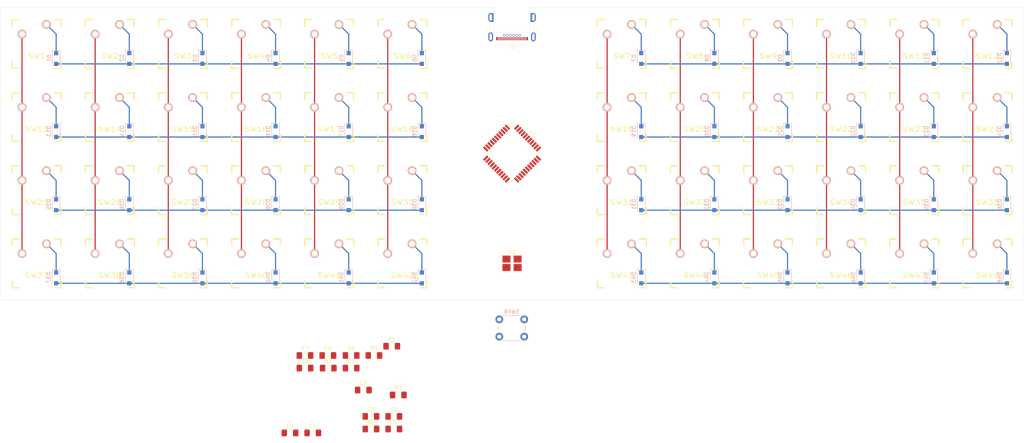
<source format=kicad_pcb>
(kicad_pcb (version 20171130) (host pcbnew "(5.1.2)-2")
  (layers (0 F.Cu signal) (31 B.Cu signal) (34 B.Paste user) (35 F.Paste user) (36 B.SilkS user) (37 F.SilkS user) (38 B.Mask user) (39 F.Mask user) (44 Edge.Cuts user))
  (net 0 "")
  (net 1 XTAL1)
  (net 2 GND)
  (net 3 XTAL2)
  (net 4 "Net-(C3-Pad1)")
  (net 5 "Net-(C4-Pad1)")
  (net 6 VCC)
  (net 7 "Net-(D1-Pad1)")
  (net 8 R0)
  (net 9 "Net-(D2-Pad1)")
  (net 10 "Net-(D3-Pad1)")
  (net 11 "Net-(D4-Pad1)")
  (net 12 "Net-(D5-Pad1)")
  (net 13 "Net-(D6-Pad1)")
  (net 14 "Net-(D7-Pad1)")
  (net 15 "Net-(D8-Pad1)")
  (net 16 "Net-(D9-Pad1)")
  (net 17 "Net-(D10-Pad1)")
  (net 18 "Net-(D11-Pad1)")
  (net 19 "Net-(D12-Pad1)")
  (net 20 R1)
  (net 21 "Net-(D13-Pad1)")
  (net 22 "Net-(D14-Pad1)")
  (net 23 "Net-(D15-Pad1)")
  (net 24 "Net-(D16-Pad1)")
  (net 25 "Net-(D17-Pad1)")
  (net 26 "Net-(D18-Pad1)")
  (net 27 "Net-(D19-Pad1)")
  (net 28 "Net-(D20-Pad1)")
  (net 29 "Net-(D21-Pad1)")
  (net 30 "Net-(D22-Pad1)")
  (net 31 "Net-(D23-Pad1)")
  (net 32 "Net-(D24-Pad1)")
  (net 33 "Net-(D25-Pad1)")
  (net 34 R2)
  (net 35 "Net-(D26-Pad1)")
  (net 36 "Net-(D27-Pad1)")
  (net 37 "Net-(D28-Pad1)")
  (net 38 "Net-(D29-Pad1)")
  (net 39 "Net-(D30-Pad1)")
  (net 40 "Net-(D31-Pad1)")
  (net 41 "Net-(D32-Pad1)")
  (net 42 "Net-(D33-Pad1)")
  (net 43 "Net-(D34-Pad1)")
  (net 44 "Net-(D35-Pad1)")
  (net 45 "Net-(D36-Pad1)")
  (net 46 "Net-(D37-Pad1)")
  (net 47 R3)
  (net 48 "Net-(D38-Pad1)")
  (net 49 "Net-(D39-Pad1)")
  (net 50 "Net-(D40-Pad1)")
  (net 51 "Net-(D41-Pad1)")
  (net 52 "Net-(D42-Pad1)")
  (net 53 "Net-(D43-Pad1)")
  (net 54 "Net-(D44-Pad1)")
  (net 55 "Net-(D45-Pad1)")
  (net 56 "Net-(D46-Pad1)")
  (net 57 "Net-(D47-Pad1)")
  (net 58 "Net-(D48-Pad1)")
  (net 59 VBUS)
  (net 60 "Net-(J1-PadB8)")
  (net 61 "Net-(J1-PadA7)")
  (net 62 "Net-(J1-PadA6)")
  (net 63 "Net-(J1-PadB5)")
  (net 64 "Net-(J1-PadA5)")
  (net 65 "Net-(J1-PadA8)")
  (net 66 D-)
  (net 67 D+)
  (net 68 RESET)
  (net 69 "Net-(R6-Pad1)")
  (net 70 "Net-(R7-Pad1)")
  (net 71 C0)
  (net 72 C1)
  (net 73 C2)
  (net 74 C3)
  (net 75 C4)
  (net 76 C5)
  (net 77 C6)
  (net 78 C7)
  (net 79 C8)
  (net 80 C9)
  (net 81 C10)
  (net 82 C11)
  (net 83 "Net-(U1-Pad1)")
  (net 84 "Net-(U1-Pad31)")
  (net 85 "Net-(U1-Pad32)")
  (net 86 "Net-(U1-Pad36)")
  (net 87 "Net-(U1-Pad37)")
  (net 88 "Net-(U1-Pad38)")
  (net 89 "Net-(U1-Pad39)")
  (net 90 "Net-(U1-Pad40)")
  (net 91 "Net-(U1-Pad41)")
  (module Capacitor_SMD:C_1206_3216Metric_Pad1.42x1.75mm_HandSolder (layer F.Cu) (at 118.425001 138.415001)
    (fp_text reference C1 (at 0 -1.82) (layer F.SilkS))
    (fp_text value 22p)
    (pad 2 smd roundrect (at 1.4875 0) (size 1.425 1.75) (layers F.Cu F.Paste F.Mask) (roundrect_rratio 0.175439) (net 1 XTAL1))
    (pad 1 smd roundrect (at -1.4875 0) (size 1.425 1.75) (layers F.Cu F.Paste F.Mask) (roundrect_rratio 0.175439) (net 2 GND))
  )
  (module Capacitor_SMD:C_1206_3216Metric_Pad1.42x1.75mm_HandSolder (layer F.Cu) (at 118.425001 135.125001)
    (fp_text reference C2 (at 0 -1.82) (layer F.SilkS))
    (fp_text value 22p)
    (pad 1 smd roundrect (at -1.4875 0) (size 1.425 1.75) (layers F.Cu F.Paste F.Mask) (roundrect_rratio 0.175439) (net 2 GND))
    (pad 2 smd roundrect (at 1.4875 0) (size 1.425 1.75) (layers F.Cu F.Paste F.Mask) (roundrect_rratio 0.175439) (net 3 XTAL2))
  )
  (module Capacitor_SMD:C_1206_3216Metric_Pad1.42x1.75mm_HandSolder (layer F.Cu) (at 112.475001 135.125001)
    (fp_text reference C3 (at 0 -1.82) (layer F.SilkS))
    (fp_text value 0.1u)
    (pad 1 smd roundrect (at -1.4875 0) (size 1.425 1.75) (layers F.Cu F.Paste F.Mask) (roundrect_rratio 0.175439) (net 4 "Net-(C3-Pad1)"))
    (pad 2 smd roundrect (at 1.4875 0) (size 1.425 1.75) (layers F.Cu F.Paste F.Mask) (roundrect_rratio 0.175439) (net 2 GND))
  )
  (module Capacitor_SMD:C_1206_3216Metric_Pad1.42x1.75mm_HandSolder (layer F.Cu) (at 97.325001 139.425001)
    (fp_text reference C4 (at 0 -1.82) (layer F.SilkS))
    (fp_text value 1u)
    (pad 2 smd roundrect (at 1.4875 0) (size 1.425 1.75) (layers F.Cu F.Paste F.Mask) (roundrect_rratio 0.175439) (net 2 GND))
    (pad 1 smd roundrect (at -1.4875 0) (size 1.425 1.75) (layers F.Cu F.Paste F.Mask) (roundrect_rratio 0.175439) (net 5 "Net-(C4-Pad1)"))
  )
  (module Capacitor_SMD:C_1206_3216Metric_Pad1.42x1.75mm_HandSolder (layer F.Cu) (at 91.375001 139.425001)
    (fp_text reference C5 (at 0 -1.82) (layer F.SilkS))
    (fp_text value 0.1u)
    (pad 1 smd roundrect (at -1.4875 0) (size 1.425 1.75) (layers F.Cu F.Paste F.Mask) (roundrect_rratio 0.175439) (net 6 VCC))
    (pad 2 smd roundrect (at 1.4875 0) (size 1.425 1.75) (layers F.Cu F.Paste F.Mask) (roundrect_rratio 0.175439) (net 2 GND))
  )
  (module Capacitor_SMD:C_1206_3216Metric_Pad1.42x1.75mm_HandSolder (layer F.Cu) (at 110.49 128.27)
    (fp_text reference C6 (at 0 -1.82) (layer F.SilkS))
    (fp_text value 0.1u)
    (pad 1 smd roundrect (at -1.4875 0) (size 1.425 1.75) (layers F.Cu F.Paste F.Mask) (roundrect_rratio 0.175439) (net 6 VCC))
    (pad 2 smd roundrect (at 1.4875 0) (size 1.425 1.75) (layers F.Cu F.Paste F.Mask) (roundrect_rratio 0.175439) (net 2 GND))
  )
  (module Capacitor_SMD:C_1206_3216Metric_Pad1.42x1.75mm_HandSolder (layer F.Cu) (at 95.300001 119.260001)
    (fp_text reference C7 (at 0 -1.82) (layer F.SilkS))
    (fp_text value 0.1u)
    (pad 2 smd roundrect (at 1.4875 0) (size 1.425 1.75) (layers F.Cu F.Paste F.Mask) (roundrect_rratio 0.175439) (net 2 GND))
    (pad 1 smd roundrect (at -1.4875 0) (size 1.425 1.75) (layers F.Cu F.Paste F.Mask) (roundrect_rratio 0.175439) (net 6 VCC))
  )
  (module Capacitor_SMD:C_1206_3216Metric_Pad1.42x1.75mm_HandSolder (layer F.Cu) (at 101.250001 119.260001)
    (fp_text reference C8 (at 0 -1.82) (layer F.SilkS))
    (fp_text value 0.1u)
    (pad 1 smd roundrect (at -1.4875 0) (size 1.425 1.75) (layers F.Cu F.Paste F.Mask) (roundrect_rratio 0.175439) (net 6 VCC))
    (pad 2 smd roundrect (at 1.4875 0) (size 1.425 1.75) (layers F.Cu F.Paste F.Mask) (roundrect_rratio 0.175439) (net 2 GND))
  )
  (module Capacitor_SMD:C_1206_3216Metric_Pad1.42x1.75mm_HandSolder (layer F.Cu) (at 95.300001 122.550001)
    (fp_text reference C9 (at 0 -1.82) (layer F.SilkS))
    (fp_text value 4.7u)
    (pad 2 smd roundrect (at 1.4875 0) (size 1.425 1.75) (layers F.Cu F.Paste F.Mask) (roundrect_rratio 0.175439) (net 2 GND))
    (pad 1 smd roundrect (at -1.4875 0) (size 1.425 1.75) (layers F.Cu F.Paste F.Mask) (roundrect_rratio 0.175439) (net 6 VCC))
  )
  (module Diode_SMD:D_SOD-123F (layer B.Cu) (at 30.48 41.91 270)
    (fp_text reference D1 (at -0.127 1.905 90) (layer B.SilkS) (effects (justify mirror)))
    (fp_text value D_Small)
    (pad 1 smd rect (at -1.4 0 270) (size 1.1 1.1) (layers B.Cu B.Paste B.Mask) (net 7 "Net-(D1-Pad1)"))
    (pad 2 smd rect (at 1.4 0 270) (size 1.1 1.1) (layers B.Cu B.Paste B.Mask) (net 8 R0))
  )
  (module Diode_SMD:D_SOD-123F (layer B.Cu) (at 49.53 41.91 270)
    (fp_text reference D2 (at -0.127 1.905 90) (layer B.SilkS) (effects (justify mirror)))
    (fp_text value D_Small)
    (pad 1 smd rect (at -1.4 0 270) (size 1.1 1.1) (layers B.Cu B.Paste B.Mask) (net 9 "Net-(D2-Pad1)"))
    (pad 2 smd rect (at 1.4 0 270) (size 1.1 1.1) (layers B.Cu B.Paste B.Mask) (net 8 R0))
  )
  (module Diode_SMD:D_SOD-123F (layer B.Cu) (at 68.58 41.91 270)
    (fp_text reference D3 (at -0.127 1.905 90) (layer B.SilkS) (effects (justify mirror)))
    (fp_text value D_Small)
    (pad 1 smd rect (at -1.4 0 270) (size 1.1 1.1) (layers B.Cu B.Paste B.Mask) (net 10 "Net-(D3-Pad1)"))
    (pad 2 smd rect (at 1.4 0 270) (size 1.1 1.1) (layers B.Cu B.Paste B.Mask) (net 8 R0))
  )
  (module Diode_SMD:D_SOD-123F (layer B.Cu) (at 87.63 41.91 270)
    (fp_text reference D4 (at -0.127 1.905 270) (layer B.SilkS) (effects (justify mirror)))
    (fp_text value D_Small)
    (pad 2 smd rect (at 1.4 0 270) (size 1.1 1.1) (layers B.Cu B.Paste B.Mask) (net 8 R0))
    (pad 1 smd rect (at -1.4 0 270) (size 1.1 1.1) (layers B.Cu B.Paste B.Mask) (net 11 "Net-(D4-Pad1)"))
  )
  (module Diode_SMD:D_SOD-123F (layer B.Cu) (at 106.68 41.91 270)
    (fp_text reference D5 (at -0.127 1.905 90) (layer B.SilkS) (effects (justify mirror)))
    (fp_text value D_Small)
    (pad 2 smd rect (at 1.4 0 270) (size 1.1 1.1) (layers B.Cu B.Paste B.Mask) (net 8 R0))
    (pad 1 smd rect (at -1.4 0 270) (size 1.1 1.1) (layers B.Cu B.Paste B.Mask) (net 12 "Net-(D5-Pad1)"))
  )
  (module Diode_SMD:D_SOD-123F (layer B.Cu) (at 125.73 41.91 270)
    (fp_text reference D6 (at -0.127 1.905 90) (layer B.SilkS) (effects (justify mirror)))
    (fp_text value D_Small)
    (pad 2 smd rect (at 1.4 0 270) (size 1.1 1.1) (layers B.Cu B.Paste B.Mask) (net 8 R0))
    (pad 1 smd rect (at -1.4 0 270) (size 1.1 1.1) (layers B.Cu B.Paste B.Mask) (net 13 "Net-(D6-Pad1)"))
  )
  (module Diode_SMD:D_SOD-123F (layer B.Cu) (at 182.88 41.91 270)
    (fp_text reference D7 (at -0.127 1.905 90) (layer B.SilkS) (effects (justify mirror)))
    (fp_text value D_Small)
    (pad 2 smd rect (at 1.4 0 270) (size 1.1 1.1) (layers B.Cu B.Paste B.Mask) (net 8 R0))
    (pad 1 smd rect (at -1.4 0 270) (size 1.1 1.1) (layers B.Cu B.Paste B.Mask) (net 14 "Net-(D7-Pad1)"))
  )
  (module Diode_SMD:D_SOD-123F (layer B.Cu) (at 201.93 41.91 270)
    (fp_text reference D8 (at -0.127 1.905 90) (layer B.SilkS) (effects (justify mirror)))
    (fp_text value D_Small)
    (pad 1 smd rect (at -1.4 0 270) (size 1.1 1.1) (layers B.Cu B.Paste B.Mask) (net 15 "Net-(D8-Pad1)"))
    (pad 2 smd rect (at 1.4 0 270) (size 1.1 1.1) (layers B.Cu B.Paste B.Mask) (net 8 R0))
  )
  (module Diode_SMD:D_SOD-123F (layer B.Cu) (at 220.98 41.91 270)
    (fp_text reference D9 (at -0.127 1.905 90) (layer B.SilkS) (effects (justify mirror)))
    (fp_text value D_Small)
    (pad 1 smd rect (at -1.4 0 270) (size 1.1 1.1) (layers B.Cu B.Paste B.Mask) (net 16 "Net-(D9-Pad1)"))
    (pad 2 smd rect (at 1.4 0 270) (size 1.1 1.1) (layers B.Cu B.Paste B.Mask) (net 8 R0))
  )
  (module Diode_SMD:D_SOD-123F (layer B.Cu) (at 240.03 41.91 270)
    (fp_text reference D10 (at -0.127 1.905 90) (layer B.SilkS) (effects (justify mirror)))
    (fp_text value D_Small)
    (pad 2 smd rect (at 1.4 0 270) (size 1.1 1.1) (layers B.Cu B.Paste B.Mask) (net 8 R0))
    (pad 1 smd rect (at -1.4 0 270) (size 1.1 1.1) (layers B.Cu B.Paste B.Mask) (net 17 "Net-(D10-Pad1)"))
  )
  (module Diode_SMD:D_SOD-123F (layer B.Cu) (at 259.08 41.91 270)
    (fp_text reference D11 (at -0.127 1.905 90) (layer B.SilkS) (effects (justify mirror)))
    (fp_text value D_Small)
    (pad 1 smd rect (at -1.4 0 270) (size 1.1 1.1) (layers B.Cu B.Paste B.Mask) (net 18 "Net-(D11-Pad1)"))
    (pad 2 smd rect (at 1.4 0 270) (size 1.1 1.1) (layers B.Cu B.Paste B.Mask) (net 8 R0))
  )
  (module Diode_SMD:D_SOD-123F (layer B.Cu) (at 278.13 41.91 270)
    (fp_text reference D12 (at -0.127 1.905 90) (layer B.SilkS) (effects (justify mirror)))
    (fp_text value D_Small)
    (pad 1 smd rect (at -1.4 0 270) (size 1.1 1.1) (layers B.Cu B.Paste B.Mask) (net 19 "Net-(D12-Pad1)"))
    (pad 2 smd rect (at 1.4 0 270) (size 1.1 1.1) (layers B.Cu B.Paste B.Mask) (net 8 R0))
  )
  (module Diode_SMD:D_SOD-123F (layer B.Cu) (at 30.48 60.96 270)
    (fp_text reference D13 (at -0.127 1.905 90) (layer B.SilkS) (effects (justify mirror)))
    (fp_text value D_Small)
    (pad 2 smd rect (at 1.4 0 270) (size 1.1 1.1) (layers B.Cu B.Paste B.Mask) (net 20 R1))
    (pad 1 smd rect (at -1.4 0 270) (size 1.1 1.1) (layers B.Cu B.Paste B.Mask) (net 21 "Net-(D13-Pad1)"))
  )
  (module Diode_SMD:D_SOD-123F (layer B.Cu) (at 49.53 60.96 270)
    (fp_text reference D14 (at -0.127 1.905 90) (layer B.SilkS) (effects (justify mirror)))
    (fp_text value D_Small)
    (pad 2 smd rect (at 1.4 0 270) (size 1.1 1.1) (layers B.Cu B.Paste B.Mask) (net 20 R1))
    (pad 1 smd rect (at -1.4 0 270) (size 1.1 1.1) (layers B.Cu B.Paste B.Mask) (net 22 "Net-(D14-Pad1)"))
  )
  (module Diode_SMD:D_SOD-123F (layer B.Cu) (at 68.58 60.96 270)
    (fp_text reference D15 (at -0.127 1.905 90) (layer B.SilkS) (effects (justify mirror)))
    (fp_text value D_Small)
    (pad 2 smd rect (at 1.4 0 270) (size 1.1 1.1) (layers B.Cu B.Paste B.Mask) (net 20 R1))
    (pad 1 smd rect (at -1.4 0 270) (size 1.1 1.1) (layers B.Cu B.Paste B.Mask) (net 23 "Net-(D15-Pad1)"))
  )
  (module Diode_SMD:D_SOD-123F (layer B.Cu) (at 87.63 60.96 270)
    (fp_text reference D16 (at -0.127 1.905 90) (layer B.SilkS) (effects (justify mirror)))
    (fp_text value D_Small)
    (pad 2 smd rect (at 1.4 0 270) (size 1.1 1.1) (layers B.Cu B.Paste B.Mask) (net 20 R1))
    (pad 1 smd rect (at -1.4 0 270) (size 1.1 1.1) (layers B.Cu B.Paste B.Mask) (net 24 "Net-(D16-Pad1)"))
  )
  (module Diode_SMD:D_SOD-123F (layer B.Cu) (at 106.68 60.96 270)
    (fp_text reference D17 (at -0.127 1.905 90) (layer B.SilkS) (effects (justify mirror)))
    (fp_text value D_Small)
    (pad 1 smd rect (at -1.4 0 270) (size 1.1 1.1) (layers B.Cu B.Paste B.Mask) (net 25 "Net-(D17-Pad1)"))
    (pad 2 smd rect (at 1.4 0 270) (size 1.1 1.1) (layers B.Cu B.Paste B.Mask) (net 20 R1))
  )
  (module Diode_SMD:D_SOD-123F (layer B.Cu) (at 125.73 60.96 270)
    (fp_text reference D18 (at -0.127 1.905 90) (layer B.SilkS) (effects (justify mirror)))
    (fp_text value D_Small)
    (pad 2 smd rect (at 1.4 0 270) (size 1.1 1.1) (layers B.Cu B.Paste B.Mask) (net 20 R1))
    (pad 1 smd rect (at -1.4 0 270) (size 1.1 1.1) (layers B.Cu B.Paste B.Mask) (net 26 "Net-(D18-Pad1)"))
  )
  (module Diode_SMD:D_SOD-123F (layer B.Cu) (at 182.88 60.96 270)
    (fp_text reference D19 (at -0.127 1.905 90) (layer B.SilkS) (effects (justify mirror)))
    (fp_text value D_Small)
    (pad 2 smd rect (at 1.4 0 270) (size 1.1 1.1) (layers B.Cu B.Paste B.Mask) (net 20 R1))
    (pad 1 smd rect (at -1.4 0 270) (size 1.1 1.1) (layers B.Cu B.Paste B.Mask) (net 27 "Net-(D19-Pad1)"))
  )
  (module Diode_SMD:D_SOD-123F (layer B.Cu) (at 201.93 60.96 270)
    (fp_text reference D20 (at -0.127 1.905 90) (layer B.SilkS) (effects (justify mirror)))
    (fp_text value D_Small)
    (pad 1 smd rect (at -1.4 0 270) (size 1.1 1.1) (layers B.Cu B.Paste B.Mask) (net 28 "Net-(D20-Pad1)"))
    (pad 2 smd rect (at 1.4 0 270) (size 1.1 1.1) (layers B.Cu B.Paste B.Mask) (net 20 R1))
  )
  (module Diode_SMD:D_SOD-123F (layer B.Cu) (at 220.98 60.96 270)
    (fp_text reference D21 (at -0.127 1.905 90) (layer B.SilkS) (effects (justify mirror)))
    (fp_text value D_Small)
    (pad 1 smd rect (at -1.4 0 270) (size 1.1 1.1) (layers B.Cu B.Paste B.Mask) (net 29 "Net-(D21-Pad1)"))
    (pad 2 smd rect (at 1.4 0 270) (size 1.1 1.1) (layers B.Cu B.Paste B.Mask) (net 20 R1))
  )
  (module Diode_SMD:D_SOD-123F (layer B.Cu) (at 240.03 60.96 270)
    (fp_text reference D22 (at -0.127 1.905 90) (layer B.SilkS) (effects (justify mirror)))
    (fp_text value D_Small)
    (pad 1 smd rect (at -1.4 0 270) (size 1.1 1.1) (layers B.Cu B.Paste B.Mask) (net 30 "Net-(D22-Pad1)"))
    (pad 2 smd rect (at 1.4 0 270) (size 1.1 1.1) (layers B.Cu B.Paste B.Mask) (net 20 R1))
  )
  (module Diode_SMD:D_SOD-123F (layer B.Cu) (at 259.08 60.96 270)
    (fp_text reference D23 (at -0.127 1.905 90) (layer B.SilkS) (effects (justify mirror)))
    (fp_text value D_Small)
    (pad 2 smd rect (at 1.4 0 270) (size 1.1 1.1) (layers B.Cu B.Paste B.Mask) (net 20 R1))
    (pad 1 smd rect (at -1.4 0 270) (size 1.1 1.1) (layers B.Cu B.Paste B.Mask) (net 31 "Net-(D23-Pad1)"))
  )
  (module Diode_SMD:D_SOD-123F (layer B.Cu) (at 278.13 60.96 270)
    (fp_text reference D24 (at -0.127 1.905 90) (layer B.SilkS) (effects (justify mirror)))
    (fp_text value D_Small)
    (pad 1 smd rect (at -1.4 0 270) (size 1.1 1.1) (layers B.Cu B.Paste B.Mask) (net 32 "Net-(D24-Pad1)"))
    (pad 2 smd rect (at 1.4 0 270) (size 1.1 1.1) (layers B.Cu B.Paste B.Mask) (net 20 R1))
  )
  (module Diode_SMD:D_SOD-123F (layer B.Cu) (at 30.48 80.01 270)
    (fp_text reference D25 (at -0.127 1.905 90) (layer B.SilkS) (effects (justify mirror)))
    (fp_text value D_Small)
    (pad 1 smd rect (at -1.4 0 270) (size 1.1 1.1) (layers B.Cu B.Paste B.Mask) (net 33 "Net-(D25-Pad1)"))
    (pad 2 smd rect (at 1.4 0 270) (size 1.1 1.1) (layers B.Cu B.Paste B.Mask) (net 34 R2))
  )
  (module Diode_SMD:D_SOD-123F (layer B.Cu) (at 49.53 80.01 270)
    (fp_text reference D26 (at -0.127 1.905 90) (layer B.SilkS) (effects (justify mirror)))
    (fp_text value D_Small)
    (pad 2 smd rect (at 1.4 0 270) (size 1.1 1.1) (layers B.Cu B.Paste B.Mask) (net 34 R2))
    (pad 1 smd rect (at -1.4 0 270) (size 1.1 1.1) (layers B.Cu B.Paste B.Mask) (net 35 "Net-(D26-Pad1)"))
  )
  (module Diode_SMD:D_SOD-123F (layer B.Cu) (at 68.58 80.01 270)
    (fp_text reference D27 (at -0.127 1.905 90) (layer B.SilkS) (effects (justify mirror)))
    (fp_text value D_Small)
    (pad 1 smd rect (at -1.4 0 270) (size 1.1 1.1) (layers B.Cu B.Paste B.Mask) (net 36 "Net-(D27-Pad1)"))
    (pad 2 smd rect (at 1.4 0 270) (size 1.1 1.1) (layers B.Cu B.Paste B.Mask) (net 34 R2))
  )
  (module Diode_SMD:D_SOD-123F (layer B.Cu) (at 87.63 80.01 270)
    (fp_text reference D28 (at -0.127 1.905 90) (layer B.SilkS) (effects (justify mirror)))
    (fp_text value D_Small)
    (pad 2 smd rect (at 1.4 0 270) (size 1.1 1.1) (layers B.Cu B.Paste B.Mask) (net 34 R2))
    (pad 1 smd rect (at -1.4 0 270) (size 1.1 1.1) (layers B.Cu B.Paste B.Mask) (net 37 "Net-(D28-Pad1)"))
  )
  (module Diode_SMD:D_SOD-123F (layer B.Cu) (at 106.68 80.01 270)
    (fp_text reference D29 (at -0.127 1.905 90) (layer B.SilkS) (effects (justify mirror)))
    (fp_text value D_Small)
    (pad 2 smd rect (at 1.4 0 270) (size 1.1 1.1) (layers B.Cu B.Paste B.Mask) (net 34 R2))
    (pad 1 smd rect (at -1.4 0 270) (size 1.1 1.1) (layers B.Cu B.Paste B.Mask) (net 38 "Net-(D29-Pad1)"))
  )
  (module Diode_SMD:D_SOD-123F (layer B.Cu) (at 125.73 80.01 270)
    (fp_text reference D30 (at -0.127 1.905 90) (layer B.SilkS) (effects (justify mirror)))
    (fp_text value D_Small)
    (pad 1 smd rect (at -1.4 0 270) (size 1.1 1.1) (layers B.Cu B.Paste B.Mask) (net 39 "Net-(D30-Pad1)"))
    (pad 2 smd rect (at 1.4 0 270) (size 1.1 1.1) (layers B.Cu B.Paste B.Mask) (net 34 R2))
  )
  (module Diode_SMD:D_SOD-123F (layer B.Cu) (at 182.88 80.01 270)
    (fp_text reference D31 (at -0.127 1.905 90) (layer B.SilkS) (effects (justify mirror)))
    (fp_text value D_Small)
    (pad 1 smd rect (at -1.4 0 270) (size 1.1 1.1) (layers B.Cu B.Paste B.Mask) (net 40 "Net-(D31-Pad1)"))
    (pad 2 smd rect (at 1.4 0 270) (size 1.1 1.1) (layers B.Cu B.Paste B.Mask) (net 34 R2))
  )
  (module Diode_SMD:D_SOD-123F (layer B.Cu) (at 201.93 80.01 270)
    (fp_text reference D32 (at -0.127 1.905 90) (layer B.SilkS) (effects (justify mirror)))
    (fp_text value D_Small)
    (pad 2 smd rect (at 1.4 0 270) (size 1.1 1.1) (layers B.Cu B.Paste B.Mask) (net 34 R2))
    (pad 1 smd rect (at -1.4 0 270) (size 1.1 1.1) (layers B.Cu B.Paste B.Mask) (net 41 "Net-(D32-Pad1)"))
  )
  (module Diode_SMD:D_SOD-123F (layer B.Cu) (at 220.98 80.01 270)
    (fp_text reference D33 (at -0.127 1.905 90) (layer B.SilkS) (effects (justify mirror)))
    (fp_text value D_Small)
    (pad 2 smd rect (at 1.4 0 270) (size 1.1 1.1) (layers B.Cu B.Paste B.Mask) (net 34 R2))
    (pad 1 smd rect (at -1.4 0 270) (size 1.1 1.1) (layers B.Cu B.Paste B.Mask) (net 42 "Net-(D33-Pad1)"))
  )
  (module Diode_SMD:D_SOD-123F (layer B.Cu) (at 240.03 80.01 270)
    (fp_text reference D34 (at -0.127 1.905 90) (layer B.SilkS) (effects (justify mirror)))
    (fp_text value D_Small)
    (pad 1 smd rect (at -1.4 0 270) (size 1.1 1.1) (layers B.Cu B.Paste B.Mask) (net 43 "Net-(D34-Pad1)"))
    (pad 2 smd rect (at 1.4 0 270) (size 1.1 1.1) (layers B.Cu B.Paste B.Mask) (net 34 R2))
  )
  (module Diode_SMD:D_SOD-123F (layer B.Cu) (at 259.08 80.01 270)
    (fp_text reference D35 (at -0.127 1.905 90) (layer B.SilkS) (effects (justify mirror)))
    (fp_text value D_Small)
    (pad 1 smd rect (at -1.4 0 270) (size 1.1 1.1) (layers B.Cu B.Paste B.Mask) (net 44 "Net-(D35-Pad1)"))
    (pad 2 smd rect (at 1.4 0 270) (size 1.1 1.1) (layers B.Cu B.Paste B.Mask) (net 34 R2))
  )
  (module Diode_SMD:D_SOD-123F (layer B.Cu) (at 278.13 80.01 270)
    (fp_text reference D36 (at -0.127 1.905 90) (layer B.SilkS) (effects (justify mirror)))
    (fp_text value D_Small)
    (pad 1 smd rect (at -1.4 0 270) (size 1.1 1.1) (layers B.Cu B.Paste B.Mask) (net 45 "Net-(D36-Pad1)"))
    (pad 2 smd rect (at 1.4 0 270) (size 1.1 1.1) (layers B.Cu B.Paste B.Mask) (net 34 R2))
  )
  (module Diode_SMD:D_SOD-123F (layer B.Cu) (at 30.48 99.06 270)
    (fp_text reference D37 (at -0.127 1.905 90) (layer B.SilkS) (effects (justify mirror)))
    (fp_text value D_Small)
    (pad 1 smd rect (at -1.4 0 270) (size 1.1 1.1) (layers B.Cu B.Paste B.Mask) (net 46 "Net-(D37-Pad1)"))
    (pad 2 smd rect (at 1.4 0 270) (size 1.1 1.1) (layers B.Cu B.Paste B.Mask) (net 47 R3))
  )
  (module Diode_SMD:D_SOD-123F (layer B.Cu) (at 49.53 99.06 270)
    (fp_text reference D38 (at -0.127 1.905 90) (layer B.SilkS) (effects (justify mirror)))
    (fp_text value D_Small)
    (pad 2 smd rect (at 1.4 0 270) (size 1.1 1.1) (layers B.Cu B.Paste B.Mask) (net 47 R3))
    (pad 1 smd rect (at -1.4 0 270) (size 1.1 1.1) (layers B.Cu B.Paste B.Mask) (net 48 "Net-(D38-Pad1)"))
  )
  (module Diode_SMD:D_SOD-123F (layer B.Cu) (at 68.58 99.06 270)
    (fp_text reference D39 (at -0.127 1.905 90) (layer B.SilkS) (effects (justify mirror)))
    (fp_text value D_Small)
    (pad 1 smd rect (at -1.4 0 270) (size 1.1 1.1) (layers B.Cu B.Paste B.Mask) (net 49 "Net-(D39-Pad1)"))
    (pad 2 smd rect (at 1.4 0 270) (size 1.1 1.1) (layers B.Cu B.Paste B.Mask) (net 47 R3))
  )
  (module Diode_SMD:D_SOD-123F (layer B.Cu) (at 87.63 99.06 270)
    (fp_text reference D40 (at -0.127 1.905 90) (layer B.SilkS) (effects (justify mirror)))
    (fp_text value D_Small)
    (pad 2 smd rect (at 1.4 0 270) (size 1.1 1.1) (layers B.Cu B.Paste B.Mask) (net 47 R3))
    (pad 1 smd rect (at -1.4 0 270) (size 1.1 1.1) (layers B.Cu B.Paste B.Mask) (net 50 "Net-(D40-Pad1)"))
  )
  (module Diode_SMD:D_SOD-123F (layer B.Cu) (at 106.68 99.06 270)
    (fp_text reference D41 (at -0.127 1.905 90) (layer B.SilkS) (effects (justify mirror)))
    (fp_text value D_Small)
    (pad 2 smd rect (at 1.4 0 270) (size 1.1 1.1) (layers B.Cu B.Paste B.Mask) (net 47 R3))
    (pad 1 smd rect (at -1.4 0 270) (size 1.1 1.1) (layers B.Cu B.Paste B.Mask) (net 51 "Net-(D41-Pad1)"))
  )
  (module Diode_SMD:D_SOD-123F (layer B.Cu) (at 125.73 99.06 270)
    (fp_text reference D42 (at -0.127 1.905 90) (layer B.SilkS) (effects (justify mirror)))
    (fp_text value D_Small)
    (pad 1 smd rect (at -1.4 0 270) (size 1.1 1.1) (layers B.Cu B.Paste B.Mask) (net 52 "Net-(D42-Pad1)"))
    (pad 2 smd rect (at 1.4 0 270) (size 1.1 1.1) (layers B.Cu B.Paste B.Mask) (net 47 R3))
  )
  (module Diode_SMD:D_SOD-123F (layer B.Cu) (at 182.88 99.06 270)
    (fp_text reference D43 (at -0.127 1.905 90) (layer B.SilkS) (effects (justify mirror)))
    (fp_text value D_Small)
    (pad 2 smd rect (at 1.4 0 270) (size 1.1 1.1) (layers B.Cu B.Paste B.Mask) (net 47 R3))
    (pad 1 smd rect (at -1.4 0 270) (size 1.1 1.1) (layers B.Cu B.Paste B.Mask) (net 53 "Net-(D43-Pad1)"))
  )
  (module Diode_SMD:D_SOD-123F (layer B.Cu) (at 201.93 99.06 270)
    (fp_text reference D44 (at -0.127 1.905 90) (layer B.SilkS) (effects (justify mirror)))
    (fp_text value D_Small)
    (pad 1 smd rect (at -1.4 0 270) (size 1.1 1.1) (layers B.Cu B.Paste B.Mask) (net 54 "Net-(D44-Pad1)"))
    (pad 2 smd rect (at 1.4 0 270) (size 1.1 1.1) (layers B.Cu B.Paste B.Mask) (net 47 R3))
  )
  (module Diode_SMD:D_SOD-123F (layer B.Cu) (at 220.98 99.06 270)
    (fp_text reference D45 (at -0.127 1.905 90) (layer B.SilkS) (effects (justify mirror)))
    (fp_text value D_Small)
    (pad 2 smd rect (at 1.4 0 270) (size 1.1 1.1) (layers B.Cu B.Paste B.Mask) (net 47 R3))
    (pad 1 smd rect (at -1.4 0 270) (size 1.1 1.1) (layers B.Cu B.Paste B.Mask) (net 55 "Net-(D45-Pad1)"))
  )
  (module Diode_SMD:D_SOD-123F (layer B.Cu) (at 240.03 99.06 270)
    (fp_text reference D46 (at -0.127 1.905 90) (layer B.SilkS) (effects (justify mirror)))
    (fp_text value D_Small)
    (pad 1 smd rect (at -1.4 0 270) (size 1.1 1.1) (layers B.Cu B.Paste B.Mask) (net 56 "Net-(D46-Pad1)"))
    (pad 2 smd rect (at 1.4 0 270) (size 1.1 1.1) (layers B.Cu B.Paste B.Mask) (net 47 R3))
  )
  (module Diode_SMD:D_SOD-123F (layer B.Cu) (at 259.08 99.06 270)
    (fp_text reference D47 (at -0.127 1.905 90) (layer B.SilkS) (effects (justify mirror)))
    (fp_text value D_Small)
    (pad 2 smd rect (at 1.4 0 270) (size 1.1 1.1) (layers B.Cu B.Paste B.Mask) (net 47 R3))
    (pad 1 smd rect (at -1.4 0 270) (size 1.1 1.1) (layers B.Cu B.Paste B.Mask) (net 57 "Net-(D47-Pad1)"))
  )
  (module Diode_SMD:D_SOD-123F (layer B.Cu) (at 278.13 99.06 270)
    (fp_text reference D48 (at -0.127 1.905 90) (layer B.SilkS) (effects (justify mirror)))
    (fp_text value D_Small)
    (pad 2 smd rect (at 1.4 0 270) (size 1.1 1.1) (layers B.Cu B.Paste B.Mask) (net 47 R3))
    (pad 1 smd rect (at -1.4 0 270) (size 1.1 1.1) (layers B.Cu B.Paste B.Mask) (net 58 "Net-(D48-Pad1)"))
  )
  (module digikey-footprints:USB-C_Female_CX70M-24P1 (layer F.Cu) (at 149.225 35.814 180)
    (fp_text reference J1 (at 0 -2.99) (layer F.SilkS))
    (fp_text value USB_C_Receptacle_USB2.0)
    (pad SH smd rect (at 5.17 5.62 180) (size 0.65 0.26) (layers F.Cu F.Paste F.Mask))
    (pad SH smd rect (at 5.17 3.58 180) (size 0.65 0.26) (layers F.Cu F.Paste F.Mask))
    (pad SH smd rect (at 4.97 4.6 180) (size 0.25 2.3) (layers F.Cu F.Paste F.Mask))
    (pad SH smd rect (at -5.22 5.62 180) (size 0.65 0.26) (layers F.Cu F.Paste F.Mask))
    (pad B12 smd rect (at -3.4 -0.925 180) (size 0.23 0.85) (layers F.Cu F.Paste F.Mask) (net 2 GND))
    (pad B9 thru_hole circle (at -2 0 180) (size 0.6 0.6) (drill 0.4) (layers *.Cu *.Mask) (net 59 VBUS))
    (pad B8 thru_hole circle (at -1.2 0 180) (size 0.6 0.6) (drill 0.4) (layers *.Cu *.Mask) (net 60 "Net-(J1-PadB8)"))
    (pad B7 thru_hole circle (at -0.4 0 180) (size 0.6 0.6) (drill 0.4) (layers *.Cu *.Mask) (net 61 "Net-(J1-PadA7)"))
    (pad B6 thru_hole circle (at 0.4 0 180) (size 0.6 0.6) (drill 0.4) (layers *.Cu *.Mask) (net 62 "Net-(J1-PadA6)"))
    (pad B5 thru_hole circle (at 1.2 0 180) (size 0.6 0.6) (drill 0.4) (layers *.Cu *.Mask) (net 63 "Net-(J1-PadB5)"))
    (pad B4 thru_hole circle (at 2 0 180) (size 0.6 0.6) (drill 0.4) (layers *.Cu *.Mask) (net 59 VBUS))
    (pad "" smd rect (at -3.915 -0.925 180) (size 0.46 0.85) (layers F.Cu F.Paste F.Mask))
    (pad B11 smd rect (at -3 -0.925 180) (size 0.23 0.85) (layers F.Cu F.Paste F.Mask))
    (pad B10 smd rect (at -2.6 -0.925 180) (size 0.23 0.85) (layers F.Cu F.Paste F.Mask))
    (pad A1 smd rect (at -2.2 -0.925 180) (size 0.23 0.85) (layers F.Cu F.Paste F.Mask) (net 2 GND))
    (pad A2 smd rect (at -1.8 -0.925 180) (size 0.23 0.85) (layers F.Cu F.Paste F.Mask))
    (pad A3 smd rect (at -1.4 -0.925 180) (size 0.23 0.85) (layers F.Cu F.Paste F.Mask))
    (pad A4 smd rect (at -1 -0.925 180) (size 0.23 0.85) (layers F.Cu F.Paste F.Mask) (net 59 VBUS))
    (pad A5 smd rect (at -0.6 -0.925 180) (size 0.23 0.85) (layers F.Cu F.Paste F.Mask) (net 64 "Net-(J1-PadA5)"))
    (pad A6 smd rect (at -0.2 -0.925 180) (size 0.23 0.85) (layers F.Cu F.Paste F.Mask) (net 62 "Net-(J1-PadA6)"))
    (pad A7 smd rect (at 0.2 -0.925 180) (size 0.23 0.85) (layers F.Cu F.Paste F.Mask) (net 61 "Net-(J1-PadA7)"))
    (pad A8 smd rect (at 0.6 -0.925 180) (size 0.23 0.85) (layers F.Cu F.Paste F.Mask) (net 65 "Net-(J1-PadA8)"))
    (pad A9 smd rect (at 1 -0.925 180) (size 0.23 0.85) (layers F.Cu F.Paste F.Mask) (net 59 VBUS))
    (pad A10 smd rect (at 1.4 -0.925 180) (size 0.23 0.85) (layers F.Cu F.Paste F.Mask))
    (pad A11 smd rect (at 1.8 -0.925 180) (size 0.23 0.85) (layers F.Cu F.Paste F.Mask))
    (pad A12 smd rect (at 2.2 -0.925 180) (size 0.23 0.85) (layers F.Cu F.Paste F.Mask) (net 2 GND))
    (pad B3 smd rect (at 2.6 -0.925 180) (size 0.23 0.85) (layers F.Cu F.Paste F.Mask))
    (pad B2 smd rect (at 3 -0.925 180) (size 0.23 0.85) (layers F.Cu F.Paste F.Mask))
    (pad B1 smd rect (at 3.4 -0.925 180) (size 0.23 0.85) (layers F.Cu F.Paste F.Mask) (net 2 GND))
    (pad "" smd rect (at 3.915 -0.925 180) (size 0.46 0.85) (layers F.Cu F.Paste F.Mask))
    (pad SH thru_hole oval (at -5.55 -0.45 180) (size 1.2 2.3) (drill oval 0.6 1.7) (layers *.Cu *.Mask))
    (pad SH thru_hole oval (at 5.55 -0.45 180) (size 1.2 2.3) (drill oval 0.6 1.7) (layers *.Cu *.Mask))
    (pad SH thru_hole oval (at -5.55 4.6 180) (size 1.2 2.3) (drill oval 0.6 1.7) (layers *.Cu *.Mask))
    (pad SH thru_hole oval (at 5.55 4.6 180) (size 1.2 2.3) (drill oval 0.6 1.7) (layers *.Cu *.Mask))
    (pad SH smd rect (at -4.97 4.6 180) (size 0.25 2.3) (layers F.Cu F.Paste F.Mask))
    (pad SH smd rect (at -5.22 3.58 180) (size 0.65 0.26) (layers F.Cu F.Paste F.Mask))
    (pad SH smd rect (at -4.97 4.6 180) (size 0.25 2.3) (layers B.Cu B.Paste B.Mask))
    (pad SH smd rect (at -5.22 3.58 180) (size 0.65 0.26) (layers B.Cu B.Paste B.Mask))
    (pad SH smd rect (at -5.22 5.62 180) (size 0.65 0.26) (layers B.Cu B.Paste B.Mask))
    (pad SH smd rect (at 4.97 4.6 180) (size 0.25 2.3) (layers B.Cu B.Paste B.Mask))
    (pad SH smd rect (at 5.17 5.62 180) (size 0.65 0.26) (layers B.Cu B.Paste B.Mask))
    (pad SH smd rect (at 5.17 3.58 180) (size 0.65 0.26) (layers B.Cu B.Paste B.Mask))
  )
  (module Resistor_SMD:R_1206_3216Metric_Pad1.42x1.75mm_HandSolder (layer F.Cu) (at 117.8925 116.84)
    (fp_text reference R1 (at 0 -1.82) (layer F.SilkS))
    (fp_text value 5.1k)
    (pad 2 smd roundrect (at 1.4875 0) (size 1.425 1.75) (layers F.Cu F.Paste F.Mask) (roundrect_rratio 0.175439) (net 64 "Net-(J1-PadA5)"))
    (pad 1 smd roundrect (at -1.4875 0) (size 1.425 1.75) (layers F.Cu F.Paste F.Mask) (roundrect_rratio 0.175439) (net 2 GND))
  )
  (module Resistor_SMD:R_1206_3216Metric_Pad1.42x1.75mm_HandSolder (layer F.Cu) (at 112.475001 138.415001)
    (fp_text reference R2 (at 0 -1.82) (layer F.SilkS))
    (fp_text value 5.1k)
    (pad 1 smd roundrect (at -1.4875 0) (size 1.425 1.75) (layers F.Cu F.Paste F.Mask) (roundrect_rratio 0.175439) (net 2 GND))
    (pad 2 smd roundrect (at 1.4875 0) (size 1.425 1.75) (layers F.Cu F.Paste F.Mask) (roundrect_rratio 0.175439) (net 63 "Net-(J1-PadB5)"))
  )
  (module Resistor_SMD:R_1206_3216Metric_Pad1.42x1.75mm_HandSolder (layer F.Cu) (at 119.5975 129.54)
    (fp_text reference R3 (at 0 -1.82) (layer F.SilkS))
    (fp_text value 22)
    (pad 1 smd roundrect (at -1.4875 0) (size 1.425 1.75) (layers F.Cu F.Paste F.Mask) (roundrect_rratio 0.175439) (net 66 D-))
    (pad 2 smd roundrect (at 1.4875 0) (size 1.425 1.75) (layers F.Cu F.Paste F.Mask) (roundrect_rratio 0.175439) (net 61 "Net-(J1-PadA7)"))
  )
  (module Resistor_SMD:R_1206_3216Metric_Pad1.42x1.75mm_HandSolder (layer F.Cu) (at 107.300001 122.550001)
    (fp_text reference R4 (at 0 -1.82) (layer F.SilkS))
    (fp_text value 22)
    (pad 2 smd roundrect (at 1.4875 0) (size 1.425 1.75) (layers F.Cu F.Paste F.Mask) (roundrect_rratio 0.175439) (net 62 "Net-(J1-PadA6)"))
    (pad 1 smd roundrect (at -1.4875 0) (size 1.425 1.75) (layers F.Cu F.Paste F.Mask) (roundrect_rratio 0.175439) (net 67 D+))
  )
  (module Resistor_SMD:R_1206_3216Metric_Pad1.42x1.75mm_HandSolder (layer F.Cu) (at 113.250001 119.260001)
    (fp_text reference R5 (at 0 -1.82) (layer F.SilkS))
    (fp_text value 10k)
    (pad 1 smd roundrect (at -1.4875 0) (size 1.425 1.75) (layers F.Cu F.Paste F.Mask) (roundrect_rratio 0.175439) (net 6 VCC))
    (pad 2 smd roundrect (at 1.4875 0) (size 1.425 1.75) (layers F.Cu F.Paste F.Mask) (roundrect_rratio 0.175439) (net 68 RESET))
  )
  (module Resistor_SMD:R_1206_3216Metric_Pad1.42x1.75mm_HandSolder (layer F.Cu) (at 107.300001 119.260001)
    (fp_text reference R6 (at 0 -1.82) (layer F.SilkS))
    (fp_text value 22)
    (pad 2 smd roundrect (at 1.4875 0) (size 1.425 1.75) (layers F.Cu F.Paste F.Mask) (roundrect_rratio 0.175439) (net 67 D+))
    (pad 1 smd roundrect (at -1.4875 0) (size 1.425 1.75) (layers F.Cu F.Paste F.Mask) (roundrect_rratio 0.175439) (net 69 "Net-(R6-Pad1)"))
  )
  (module Resistor_SMD:R_1206_3216Metric_Pad1.42x1.75mm_HandSolder (layer F.Cu) (at 101.350001 122.550001)
    (fp_text reference R7 (at 0 -1.82) (layer F.SilkS))
    (fp_text value 22)
    (pad 1 smd roundrect (at -1.4875 0) (size 1.425 1.75) (layers F.Cu F.Paste F.Mask) (roundrect_rratio 0.175439) (net 70 "Net-(R7-Pad1)"))
    (pad 2 smd roundrect (at 1.4875 0) (size 1.425 1.75) (layers F.Cu F.Paste F.Mask) (roundrect_rratio 0.175439) (net 66 D-))
  )
  (module Keebio-Parts:MX_Plate_100H (layer F.Cu) (at 25.4 38.1)
    (fp_text reference SW1 (at 0 3.175) (layer F.SilkS) (effects (font (size 1.27 1.524) (thickness 0.2032))))
    (fp_text value SW_Push hide)
    (pad 1 thru_hole circle (at 2.54 -5.08) (size 2.286 2.286) (drill 1.4986) (layers *.Cu *.SilkS *.Mask) (net 7 "Net-(D1-Pad1)"))
    (pad 2 thru_hole circle (at -3.81 -2.54) (size 2.286 2.286) (drill 1.4986) (layers *.Cu *.SilkS *.Mask) (net 71 C0))
    (pad HOLE np_thru_hole circle (at 0 0) (size 3.9878 3.9878) (drill 3.9878) (layers *.Cu))
  )
  (module Keebio-Parts:MX_Plate_100H (layer F.Cu) (at 44.45 38.1)
    (fp_text reference SW2 (at 0 3.175) (layer F.SilkS) (effects (font (size 1.27 1.524) (thickness 0.2032))))
    (fp_text value SW_Push hide)
    (pad HOLE np_thru_hole circle (at 0 0) (size 3.9878 3.9878) (drill 3.9878) (layers *.Cu))
    (pad 2 thru_hole circle (at -3.81 -2.54) (size 2.286 2.286) (drill 1.4986) (layers *.Cu *.SilkS *.Mask) (net 72 C1))
    (pad 1 thru_hole circle (at 2.54 -5.08) (size 2.286 2.286) (drill 1.4986) (layers *.Cu *.SilkS *.Mask) (net 9 "Net-(D2-Pad1)"))
  )
  (module Keebio-Parts:MX_Plate_100H (layer F.Cu) (at 63.5 38.1)
    (fp_text reference SW3 (at 0 3.175) (layer F.SilkS) (effects (font (size 1.27 1.524) (thickness 0.2032))))
    (fp_text value SW_Push hide)
    (pad 1 thru_hole circle (at 2.54 -5.08) (size 2.286 2.286) (drill 1.4986) (layers *.Cu *.SilkS *.Mask) (net 10 "Net-(D3-Pad1)"))
    (pad 2 thru_hole circle (at -3.81 -2.54) (size 2.286 2.286) (drill 1.4986) (layers *.Cu *.SilkS *.Mask) (net 73 C2))
    (pad HOLE np_thru_hole circle (at 0 0) (size 3.9878 3.9878) (drill 3.9878) (layers *.Cu))
  )
  (module Keebio-Parts:MX_Plate_100H (layer F.Cu) (at 82.55 38.1)
    (fp_text reference SW4 (at 0 3.175) (layer F.SilkS) (effects (font (size 1.27 1.524) (thickness 0.2032))))
    (fp_text value SW_Push hide)
    (pad HOLE np_thru_hole circle (at 0 0) (size 3.9878 3.9878) (drill 3.9878) (layers *.Cu))
    (pad 2 thru_hole circle (at -3.81 -2.54) (size 2.286 2.286) (drill 1.4986) (layers *.Cu *.SilkS *.Mask) (net 74 C3))
    (pad 1 thru_hole circle (at 2.54 -5.08) (size 2.286 2.286) (drill 1.4986) (layers *.Cu *.SilkS *.Mask) (net 11 "Net-(D4-Pad1)"))
  )
  (module Keebio-Parts:MX_Plate_100H (layer F.Cu) (at 101.6 38.1)
    (fp_text reference SW5 (at 0 3.175) (layer F.SilkS) (effects (font (size 1.27 1.524) (thickness 0.2032))))
    (fp_text value SW_Push hide)
    (pad 1 thru_hole circle (at 2.54 -5.08) (size 2.286 2.286) (drill 1.4986) (layers *.Cu *.SilkS *.Mask) (net 12 "Net-(D5-Pad1)"))
    (pad 2 thru_hole circle (at -3.81 -2.54) (size 2.286 2.286) (drill 1.4986) (layers *.Cu *.SilkS *.Mask) (net 75 C4))
    (pad HOLE np_thru_hole circle (at 0 0) (size 3.9878 3.9878) (drill 3.9878) (layers *.Cu))
  )
  (module Keebio-Parts:MX_Plate_100H (layer F.Cu) (at 120.65 38.1)
    (fp_text reference SW6 (at 0 3.175) (layer F.SilkS) (effects (font (size 1.27 1.524) (thickness 0.2032))))
    (fp_text value SW_Push hide)
    (pad HOLE np_thru_hole circle (at 0 0) (size 3.9878 3.9878) (drill 3.9878) (layers *.Cu))
    (pad 2 thru_hole circle (at -3.81 -2.54) (size 2.286 2.286) (drill 1.4986) (layers *.Cu *.SilkS *.Mask) (net 76 C5))
    (pad 1 thru_hole circle (at 2.54 -5.08) (size 2.286 2.286) (drill 1.4986) (layers *.Cu *.SilkS *.Mask) (net 13 "Net-(D6-Pad1)"))
  )
  (module Keebio-Parts:MX_Plate_100H (layer F.Cu) (at 177.8 38.1)
    (fp_text reference SW7 (at 0 3.175) (layer F.SilkS) (effects (font (size 1.27 1.524) (thickness 0.2032))))
    (fp_text value SW_Push hide)
    (pad 1 thru_hole circle (at 2.54 -5.08) (size 2.286 2.286) (drill 1.4986) (layers *.Cu *.SilkS *.Mask) (net 14 "Net-(D7-Pad1)"))
    (pad 2 thru_hole circle (at -3.81 -2.54) (size 2.286 2.286) (drill 1.4986) (layers *.Cu *.SilkS *.Mask) (net 77 C6))
    (pad HOLE np_thru_hole circle (at 0 0) (size 3.9878 3.9878) (drill 3.9878) (layers *.Cu))
  )
  (module Keebio-Parts:MX_Plate_100H (layer F.Cu) (at 196.85 38.1)
    (fp_text reference SW8 (at 0 3.175) (layer F.SilkS) (effects (font (size 1.27 1.524) (thickness 0.2032))))
    (fp_text value SW_Push hide)
    (pad HOLE np_thru_hole circle (at 0 0) (size 3.9878 3.9878) (drill 3.9878) (layers *.Cu))
    (pad 2 thru_hole circle (at -3.81 -2.54) (size 2.286 2.286) (drill 1.4986) (layers *.Cu *.SilkS *.Mask) (net 78 C7))
    (pad 1 thru_hole circle (at 2.54 -5.08) (size 2.286 2.286) (drill 1.4986) (layers *.Cu *.SilkS *.Mask) (net 15 "Net-(D8-Pad1)"))
  )
  (module Keebio-Parts:MX_Plate_100H (layer F.Cu) (at 215.9 38.1)
    (fp_text reference SW9 (at 0 3.175) (layer F.SilkS) (effects (font (size 1.27 1.524) (thickness 0.2032))))
    (fp_text value SW_Push hide)
    (pad HOLE np_thru_hole circle (at 0 0) (size 3.9878 3.9878) (drill 3.9878) (layers *.Cu))
    (pad 2 thru_hole circle (at -3.81 -2.54) (size 2.286 2.286) (drill 1.4986) (layers *.Cu *.SilkS *.Mask) (net 79 C8))
    (pad 1 thru_hole circle (at 2.54 -5.08) (size 2.286 2.286) (drill 1.4986) (layers *.Cu *.SilkS *.Mask) (net 16 "Net-(D9-Pad1)"))
  )
  (module Keebio-Parts:MX_Plate_100H (layer F.Cu) (at 234.95 38.1)
    (fp_text reference SW10 (at 0 3.175) (layer F.SilkS) (effects (font (size 1.27 1.524) (thickness 0.2032))))
    (fp_text value SW_Push hide)
    (pad 1 thru_hole circle (at 2.54 -5.08) (size 2.286 2.286) (drill 1.4986) (layers *.Cu *.SilkS *.Mask) (net 17 "Net-(D10-Pad1)"))
    (pad 2 thru_hole circle (at -3.81 -2.54) (size 2.286 2.286) (drill 1.4986) (layers *.Cu *.SilkS *.Mask) (net 80 C9))
    (pad HOLE np_thru_hole circle (at 0 0) (size 3.9878 3.9878) (drill 3.9878) (layers *.Cu))
  )
  (module Keebio-Parts:MX_Plate_100H (layer F.Cu) (at 254 38.1)
    (fp_text reference SW11 (at 0 3.175) (layer F.SilkS) (effects (font (size 1.27 1.524) (thickness 0.2032))))
    (fp_text value SW_Push hide)
    (pad 1 thru_hole circle (at 2.54 -5.08) (size 2.286 2.286) (drill 1.4986) (layers *.Cu *.SilkS *.Mask) (net 18 "Net-(D11-Pad1)"))
    (pad 2 thru_hole circle (at -3.81 -2.54) (size 2.286 2.286) (drill 1.4986) (layers *.Cu *.SilkS *.Mask) (net 81 C10))
    (pad HOLE np_thru_hole circle (at 0 0) (size 3.9878 3.9878) (drill 3.9878) (layers *.Cu))
  )
  (module Keebio-Parts:MX_Plate_100H (layer F.Cu) (at 273.05 38.1)
    (fp_text reference SW12 (at 0 3.175) (layer F.SilkS) (effects (font (size 1.27 1.524) (thickness 0.2032))))
    (fp_text value SW_Push hide)
    (pad HOLE np_thru_hole circle (at 0 0) (size 3.9878 3.9878) (drill 3.9878) (layers *.Cu))
    (pad 2 thru_hole circle (at -3.81 -2.54) (size 2.286 2.286) (drill 1.4986) (layers *.Cu *.SilkS *.Mask) (net 82 C11))
    (pad 1 thru_hole circle (at 2.54 -5.08) (size 2.286 2.286) (drill 1.4986) (layers *.Cu *.SilkS *.Mask) (net 19 "Net-(D12-Pad1)"))
  )
  (module Keebio-Parts:MX_Plate_100H (layer F.Cu) (at 25.4 57.15)
    (fp_text reference SW13 (at 0 3.175) (layer F.SilkS) (effects (font (size 1.27 1.524) (thickness 0.2032))))
    (fp_text value SW_Push hide)
    (pad HOLE np_thru_hole circle (at 0 0) (size 3.9878 3.9878) (drill 3.9878) (layers *.Cu))
    (pad 2 thru_hole circle (at -3.81 -2.54) (size 2.286 2.286) (drill 1.4986) (layers *.Cu *.SilkS *.Mask) (net 71 C0))
    (pad 1 thru_hole circle (at 2.54 -5.08) (size 2.286 2.286) (drill 1.4986) (layers *.Cu *.SilkS *.Mask) (net 21 "Net-(D13-Pad1)"))
  )
  (module Keebio-Parts:MX_Plate_100H (layer F.Cu) (at 44.45 57.15)
    (fp_text reference SW14 (at 0 3.175) (layer F.SilkS) (effects (font (size 1.27 1.524) (thickness 0.2032))))
    (fp_text value SW_Push hide)
    (pad 1 thru_hole circle (at 2.54 -5.08) (size 2.286 2.286) (drill 1.4986) (layers *.Cu *.SilkS *.Mask) (net 22 "Net-(D14-Pad1)"))
    (pad 2 thru_hole circle (at -3.81 -2.54) (size 2.286 2.286) (drill 1.4986) (layers *.Cu *.SilkS *.Mask) (net 72 C1))
    (pad HOLE np_thru_hole circle (at 0 0) (size 3.9878 3.9878) (drill 3.9878) (layers *.Cu))
  )
  (module Keebio-Parts:MX_Plate_100H (layer F.Cu) (at 63.5 57.15)
    (fp_text reference SW15 (at 0 3.175) (layer F.SilkS) (effects (font (size 1.27 1.524) (thickness 0.2032))))
    (fp_text value SW_Push hide)
    (pad HOLE np_thru_hole circle (at 0 0) (size 3.9878 3.9878) (drill 3.9878) (layers *.Cu))
    (pad 2 thru_hole circle (at -3.81 -2.54) (size 2.286 2.286) (drill 1.4986) (layers *.Cu *.SilkS *.Mask) (net 73 C2))
    (pad 1 thru_hole circle (at 2.54 -5.08) (size 2.286 2.286) (drill 1.4986) (layers *.Cu *.SilkS *.Mask) (net 23 "Net-(D15-Pad1)"))
  )
  (module Keebio-Parts:MX_Plate_100H (layer F.Cu) (at 82.55 57.15)
    (fp_text reference SW16 (at 0 3.175) (layer F.SilkS) (effects (font (size 1.27 1.524) (thickness 0.2032))))
    (fp_text value SW_Push hide)
    (pad 1 thru_hole circle (at 2.54 -5.08) (size 2.286 2.286) (drill 1.4986) (layers *.Cu *.SilkS *.Mask) (net 24 "Net-(D16-Pad1)"))
    (pad 2 thru_hole circle (at -3.81 -2.54) (size 2.286 2.286) (drill 1.4986) (layers *.Cu *.SilkS *.Mask) (net 74 C3))
    (pad HOLE np_thru_hole circle (at 0 0) (size 3.9878 3.9878) (drill 3.9878) (layers *.Cu))
  )
  (module Keebio-Parts:MX_Plate_100H (layer F.Cu) (at 101.6 57.15)
    (fp_text reference SW17 (at 0 3.175) (layer F.SilkS) (effects (font (size 1.27 1.524) (thickness 0.2032))))
    (fp_text value SW_Push hide)
    (pad HOLE np_thru_hole circle (at 0 0) (size 3.9878 3.9878) (drill 3.9878) (layers *.Cu))
    (pad 2 thru_hole circle (at -3.81 -2.54) (size 2.286 2.286) (drill 1.4986) (layers *.Cu *.SilkS *.Mask) (net 75 C4))
    (pad 1 thru_hole circle (at 2.54 -5.08) (size 2.286 2.286) (drill 1.4986) (layers *.Cu *.SilkS *.Mask) (net 25 "Net-(D17-Pad1)"))
  )
  (module Keebio-Parts:MX_Plate_100H (layer F.Cu) (at 120.65 57.15)
    (fp_text reference SW18 (at 0 3.175) (layer F.SilkS) (effects (font (size 1.27 1.524) (thickness 0.2032))))
    (fp_text value SW_Push hide)
    (pad 1 thru_hole circle (at 2.54 -5.08) (size 2.286 2.286) (drill 1.4986) (layers *.Cu *.SilkS *.Mask) (net 26 "Net-(D18-Pad1)"))
    (pad 2 thru_hole circle (at -3.81 -2.54) (size 2.286 2.286) (drill 1.4986) (layers *.Cu *.SilkS *.Mask) (net 76 C5))
    (pad HOLE np_thru_hole circle (at 0 0) (size 3.9878 3.9878) (drill 3.9878) (layers *.Cu))
  )
  (module Keebio-Parts:MX_Plate_100H (layer F.Cu) (at 177.8 57.15)
    (fp_text reference SW19 (at 0 3.175) (layer F.SilkS) (effects (font (size 1.27 1.524) (thickness 0.2032))))
    (fp_text value SW_Push hide)
    (pad 1 thru_hole circle (at 2.54 -5.08) (size 2.286 2.286) (drill 1.4986) (layers *.Cu *.SilkS *.Mask) (net 27 "Net-(D19-Pad1)"))
    (pad 2 thru_hole circle (at -3.81 -2.54) (size 2.286 2.286) (drill 1.4986) (layers *.Cu *.SilkS *.Mask) (net 77 C6))
    (pad HOLE np_thru_hole circle (at 0 0) (size 3.9878 3.9878) (drill 3.9878) (layers *.Cu))
  )
  (module Keebio-Parts:MX_Plate_100H (layer F.Cu) (at 196.85 57.15)
    (fp_text reference SW20 (at 0 3.175) (layer F.SilkS) (effects (font (size 1.27 1.524) (thickness 0.2032))))
    (fp_text value SW_Push hide)
    (pad 1 thru_hole circle (at 2.54 -5.08) (size 2.286 2.286) (drill 1.4986) (layers *.Cu *.SilkS *.Mask) (net 28 "Net-(D20-Pad1)"))
    (pad 2 thru_hole circle (at -3.81 -2.54) (size 2.286 2.286) (drill 1.4986) (layers *.Cu *.SilkS *.Mask) (net 78 C7))
    (pad HOLE np_thru_hole circle (at 0 0) (size 3.9878 3.9878) (drill 3.9878) (layers *.Cu))
  )
  (module Keebio-Parts:MX_Plate_100H (layer F.Cu) (at 215.9 57.15)
    (fp_text reference SW21 (at 0 3.175) (layer F.SilkS) (effects (font (size 1.27 1.524) (thickness 0.2032))))
    (fp_text value SW_Push hide)
    (pad HOLE np_thru_hole circle (at 0 0) (size 3.9878 3.9878) (drill 3.9878) (layers *.Cu))
    (pad 2 thru_hole circle (at -3.81 -2.54) (size 2.286 2.286) (drill 1.4986) (layers *.Cu *.SilkS *.Mask) (net 79 C8))
    (pad 1 thru_hole circle (at 2.54 -5.08) (size 2.286 2.286) (drill 1.4986) (layers *.Cu *.SilkS *.Mask) (net 29 "Net-(D21-Pad1)"))
  )
  (module Keebio-Parts:MX_Plate_100H (layer F.Cu) (at 234.95 57.15)
    (fp_text reference SW22 (at 0 3.175) (layer F.SilkS) (effects (font (size 1.27 1.524) (thickness 0.2032))))
    (fp_text value SW_Push hide)
    (pad 1 thru_hole circle (at 2.54 -5.08) (size 2.286 2.286) (drill 1.4986) (layers *.Cu *.SilkS *.Mask) (net 30 "Net-(D22-Pad1)"))
    (pad 2 thru_hole circle (at -3.81 -2.54) (size 2.286 2.286) (drill 1.4986) (layers *.Cu *.SilkS *.Mask) (net 80 C9))
    (pad HOLE np_thru_hole circle (at 0 0) (size 3.9878 3.9878) (drill 3.9878) (layers *.Cu))
  )
  (module Keebio-Parts:MX_Plate_100H (layer F.Cu) (at 254 57.15)
    (fp_text reference SW23 (at 0 3.175) (layer F.SilkS) (effects (font (size 1.27 1.524) (thickness 0.2032))))
    (fp_text value SW_Push hide)
    (pad 1 thru_hole circle (at 2.54 -5.08) (size 2.286 2.286) (drill 1.4986) (layers *.Cu *.SilkS *.Mask) (net 31 "Net-(D23-Pad1)"))
    (pad 2 thru_hole circle (at -3.81 -2.54) (size 2.286 2.286) (drill 1.4986) (layers *.Cu *.SilkS *.Mask) (net 81 C10))
    (pad HOLE np_thru_hole circle (at 0 0) (size 3.9878 3.9878) (drill 3.9878) (layers *.Cu))
  )
  (module Keebio-Parts:MX_Plate_100H (layer F.Cu) (at 273.05 57.15)
    (fp_text reference SW24 (at 0 3.175) (layer F.SilkS) (effects (font (size 1.27 1.524) (thickness 0.2032))))
    (fp_text value SW_Push hide)
    (pad HOLE np_thru_hole circle (at 0 0) (size 3.9878 3.9878) (drill 3.9878) (layers *.Cu))
    (pad 2 thru_hole circle (at -3.81 -2.54) (size 2.286 2.286) (drill 1.4986) (layers *.Cu *.SilkS *.Mask) (net 82 C11))
    (pad 1 thru_hole circle (at 2.54 -5.08) (size 2.286 2.286) (drill 1.4986) (layers *.Cu *.SilkS *.Mask) (net 32 "Net-(D24-Pad1)"))
  )
  (module Keebio-Parts:MX_Plate_100H (layer F.Cu) (at 25.4 76.2)
    (fp_text reference SW25 (at 0 3.175) (layer F.SilkS) (effects (font (size 1.27 1.524) (thickness 0.2032))))
    (fp_text value SW_Push hide)
    (pad 1 thru_hole circle (at 2.54 -5.08) (size 2.286 2.286) (drill 1.4986) (layers *.Cu *.SilkS *.Mask) (net 33 "Net-(D25-Pad1)"))
    (pad 2 thru_hole circle (at -3.81 -2.54) (size 2.286 2.286) (drill 1.4986) (layers *.Cu *.SilkS *.Mask) (net 71 C0))
    (pad HOLE np_thru_hole circle (at 0 0) (size 3.9878 3.9878) (drill 3.9878) (layers *.Cu))
  )
  (module Keebio-Parts:MX_Plate_100H (layer F.Cu) (at 44.45 76.2)
    (fp_text reference SW26 (at 0 3.175) (layer F.SilkS) (effects (font (size 1.27 1.524) (thickness 0.2032))))
    (fp_text value SW_Push hide)
    (pad HOLE np_thru_hole circle (at 0 0) (size 3.9878 3.9878) (drill 3.9878) (layers *.Cu))
    (pad 2 thru_hole circle (at -3.81 -2.54) (size 2.286 2.286) (drill 1.4986) (layers *.Cu *.SilkS *.Mask) (net 72 C1))
    (pad 1 thru_hole circle (at 2.54 -5.08) (size 2.286 2.286) (drill 1.4986) (layers *.Cu *.SilkS *.Mask) (net 35 "Net-(D26-Pad1)"))
  )
  (module Keebio-Parts:MX_Plate_100H (layer F.Cu) (at 63.5 76.2)
    (fp_text reference SW27 (at 0 3.175) (layer F.SilkS) (effects (font (size 1.27 1.524) (thickness 0.2032))))
    (fp_text value SW_Push hide)
    (pad 1 thru_hole circle (at 2.54 -5.08) (size 2.286 2.286) (drill 1.4986) (layers *.Cu *.SilkS *.Mask) (net 36 "Net-(D27-Pad1)"))
    (pad 2 thru_hole circle (at -3.81 -2.54) (size 2.286 2.286) (drill 1.4986) (layers *.Cu *.SilkS *.Mask) (net 73 C2))
    (pad HOLE np_thru_hole circle (at 0 0) (size 3.9878 3.9878) (drill 3.9878) (layers *.Cu))
  )
  (module Keebio-Parts:MX_Plate_100H (layer F.Cu) (at 82.55 76.2)
    (fp_text reference SW28 (at 0 3.175) (layer F.SilkS) (effects (font (size 1.27 1.524) (thickness 0.2032))))
    (fp_text value SW_Push hide)
    (pad HOLE np_thru_hole circle (at 0 0) (size 3.9878 3.9878) (drill 3.9878) (layers *.Cu))
    (pad 2 thru_hole circle (at -3.81 -2.54) (size 2.286 2.286) (drill 1.4986) (layers *.Cu *.SilkS *.Mask) (net 74 C3))
    (pad 1 thru_hole circle (at 2.54 -5.08) (size 2.286 2.286) (drill 1.4986) (layers *.Cu *.SilkS *.Mask) (net 37 "Net-(D28-Pad1)"))
  )
  (module Keebio-Parts:MX_Plate_100H (layer F.Cu) (at 101.6 76.2)
    (fp_text reference SW29 (at 0 3.175) (layer F.SilkS) (effects (font (size 1.27 1.524) (thickness 0.2032))))
    (fp_text value SW_Push hide)
    (pad 1 thru_hole circle (at 2.54 -5.08) (size 2.286 2.286) (drill 1.4986) (layers *.Cu *.SilkS *.Mask) (net 38 "Net-(D29-Pad1)"))
    (pad 2 thru_hole circle (at -3.81 -2.54) (size 2.286 2.286) (drill 1.4986) (layers *.Cu *.SilkS *.Mask) (net 75 C4))
    (pad HOLE np_thru_hole circle (at 0 0) (size 3.9878 3.9878) (drill 3.9878) (layers *.Cu))
  )
  (module Keebio-Parts:MX_Plate_100H (layer F.Cu) (at 120.65 76.2)
    (fp_text reference SW30 (at 0 3.175) (layer F.SilkS) (effects (font (size 1.27 1.524) (thickness 0.2032))))
    (fp_text value SW_Push hide)
    (pad HOLE np_thru_hole circle (at 0 0) (size 3.9878 3.9878) (drill 3.9878) (layers *.Cu))
    (pad 2 thru_hole circle (at -3.81 -2.54) (size 2.286 2.286) (drill 1.4986) (layers *.Cu *.SilkS *.Mask) (net 76 C5))
    (pad 1 thru_hole circle (at 2.54 -5.08) (size 2.286 2.286) (drill 1.4986) (layers *.Cu *.SilkS *.Mask) (net 39 "Net-(D30-Pad1)"))
  )
  (module Keebio-Parts:MX_Plate_100H (layer F.Cu) (at 177.8 76.2)
    (fp_text reference SW31 (at 0 3.175) (layer F.SilkS) (effects (font (size 1.27 1.524) (thickness 0.2032))))
    (fp_text value SW_Push hide)
    (pad HOLE np_thru_hole circle (at 0 0) (size 3.9878 3.9878) (drill 3.9878) (layers *.Cu))
    (pad 2 thru_hole circle (at -3.81 -2.54) (size 2.286 2.286) (drill 1.4986) (layers *.Cu *.SilkS *.Mask) (net 77 C6))
    (pad 1 thru_hole circle (at 2.54 -5.08) (size 2.286 2.286) (drill 1.4986) (layers *.Cu *.SilkS *.Mask) (net 40 "Net-(D31-Pad1)"))
  )
  (module Keebio-Parts:MX_Plate_100H (layer F.Cu) (at 196.85 76.2)
    (fp_text reference SW32 (at 0 3.175) (layer F.SilkS) (effects (font (size 1.27 1.524) (thickness 0.2032))))
    (fp_text value SW_Push hide)
    (pad HOLE np_thru_hole circle (at 0 0) (size 3.9878 3.9878) (drill 3.9878) (layers *.Cu))
    (pad 2 thru_hole circle (at -3.81 -2.54) (size 2.286 2.286) (drill 1.4986) (layers *.Cu *.SilkS *.Mask) (net 78 C7))
    (pad 1 thru_hole circle (at 2.54 -5.08) (size 2.286 2.286) (drill 1.4986) (layers *.Cu *.SilkS *.Mask) (net 41 "Net-(D32-Pad1)"))
  )
  (module Keebio-Parts:MX_Plate_100H (layer F.Cu) (at 215.9 76.2)
    (fp_text reference SW33 (at 0 3.175) (layer F.SilkS) (effects (font (size 1.27 1.524) (thickness 0.2032))))
    (fp_text value SW_Push hide)
    (pad HOLE np_thru_hole circle (at 0 0) (size 3.9878 3.9878) (drill 3.9878) (layers *.Cu))
    (pad 2 thru_hole circle (at -3.81 -2.54) (size 2.286 2.286) (drill 1.4986) (layers *.Cu *.SilkS *.Mask) (net 79 C8))
    (pad 1 thru_hole circle (at 2.54 -5.08) (size 2.286 2.286) (drill 1.4986) (layers *.Cu *.SilkS *.Mask) (net 42 "Net-(D33-Pad1)"))
  )
  (module Keebio-Parts:MX_Plate_100H (layer F.Cu) (at 234.95 76.2)
    (fp_text reference SW34 (at 0 3.175) (layer F.SilkS) (effects (font (size 1.27 1.524) (thickness 0.2032))))
    (fp_text value SW_Push hide)
    (pad 1 thru_hole circle (at 2.54 -5.08) (size 2.286 2.286) (drill 1.4986) (layers *.Cu *.SilkS *.Mask) (net 43 "Net-(D34-Pad1)"))
    (pad 2 thru_hole circle (at -3.81 -2.54) (size 2.286 2.286) (drill 1.4986) (layers *.Cu *.SilkS *.Mask) (net 80 C9))
    (pad HOLE np_thru_hole circle (at 0 0) (size 3.9878 3.9878) (drill 3.9878) (layers *.Cu))
  )
  (module Keebio-Parts:MX_Plate_100H (layer F.Cu) (at 254 76.2)
    (fp_text reference SW35 (at 0 3.175) (layer F.SilkS) (effects (font (size 1.27 1.524) (thickness 0.2032))))
    (fp_text value SW_Push hide)
    (pad HOLE np_thru_hole circle (at 0 0) (size 3.9878 3.9878) (drill 3.9878) (layers *.Cu))
    (pad 2 thru_hole circle (at -3.81 -2.54) (size 2.286 2.286) (drill 1.4986) (layers *.Cu *.SilkS *.Mask) (net 81 C10))
    (pad 1 thru_hole circle (at 2.54 -5.08) (size 2.286 2.286) (drill 1.4986) (layers *.Cu *.SilkS *.Mask) (net 44 "Net-(D35-Pad1)"))
  )
  (module Keebio-Parts:MX_Plate_100H (layer F.Cu) (at 273.05 76.2)
    (fp_text reference SW36 (at 0 3.175) (layer F.SilkS) (effects (font (size 1.27 1.524) (thickness 0.2032))))
    (fp_text value SW_Push hide)
    (pad 1 thru_hole circle (at 2.54 -5.08) (size 2.286 2.286) (drill 1.4986) (layers *.Cu *.SilkS *.Mask) (net 45 "Net-(D36-Pad1)"))
    (pad 2 thru_hole circle (at -3.81 -2.54) (size 2.286 2.286) (drill 1.4986) (layers *.Cu *.SilkS *.Mask) (net 82 C11))
    (pad HOLE np_thru_hole circle (at 0 0) (size 3.9878 3.9878) (drill 3.9878) (layers *.Cu))
  )
  (module Keebio-Parts:MX_Plate_100H (layer F.Cu) (at 25.4 95.25)
    (fp_text reference SW37 (at 0 3.175) (layer F.SilkS) (effects (font (size 1.27 1.524) (thickness 0.2032))))
    (fp_text value SW_Push hide)
    (pad HOLE np_thru_hole circle (at 0 0) (size 3.9878 3.9878) (drill 3.9878) (layers *.Cu))
    (pad 2 thru_hole circle (at -3.81 -2.54) (size 2.286 2.286) (drill 1.4986) (layers *.Cu *.SilkS *.Mask) (net 71 C0))
    (pad 1 thru_hole circle (at 2.54 -5.08) (size 2.286 2.286) (drill 1.4986) (layers *.Cu *.SilkS *.Mask) (net 46 "Net-(D37-Pad1)"))
  )
  (module Keebio-Parts:MX_Plate_100H (layer F.Cu) (at 44.45 95.25)
    (fp_text reference SW38 (at 0 3.175) (layer F.SilkS) (effects (font (size 1.27 1.524) (thickness 0.2032))))
    (fp_text value SW_Push hide)
    (pad 1 thru_hole circle (at 2.54 -5.08) (size 2.286 2.286) (drill 1.4986) (layers *.Cu *.SilkS *.Mask) (net 48 "Net-(D38-Pad1)"))
    (pad 2 thru_hole circle (at -3.81 -2.54) (size 2.286 2.286) (drill 1.4986) (layers *.Cu *.SilkS *.Mask) (net 72 C1))
    (pad HOLE np_thru_hole circle (at 0 0) (size 3.9878 3.9878) (drill 3.9878) (layers *.Cu))
  )
  (module Keebio-Parts:MX_Plate_100H (layer F.Cu) (at 63.5 95.25)
    (fp_text reference SW39 (at 0 3.175) (layer F.SilkS) (effects (font (size 1.27 1.524) (thickness 0.2032))))
    (fp_text value SW_Push hide)
    (pad HOLE np_thru_hole circle (at 0 0) (size 3.9878 3.9878) (drill 3.9878) (layers *.Cu))
    (pad 2 thru_hole circle (at -3.81 -2.54) (size 2.286 2.286) (drill 1.4986) (layers *.Cu *.SilkS *.Mask) (net 73 C2))
    (pad 1 thru_hole circle (at 2.54 -5.08) (size 2.286 2.286) (drill 1.4986) (layers *.Cu *.SilkS *.Mask) (net 49 "Net-(D39-Pad1)"))
  )
  (module Keebio-Parts:MX_Plate_100H (layer F.Cu) (at 82.55 95.25)
    (fp_text reference SW40 (at 0 3.175) (layer F.SilkS) (effects (font (size 1.27 1.524) (thickness 0.2032))))
    (fp_text value SW_Push hide)
    (pad 1 thru_hole circle (at 2.54 -5.08) (size 2.286 2.286) (drill 1.4986) (layers *.Cu *.SilkS *.Mask) (net 50 "Net-(D40-Pad1)"))
    (pad 2 thru_hole circle (at -3.81 -2.54) (size 2.286 2.286) (drill 1.4986) (layers *.Cu *.SilkS *.Mask) (net 74 C3))
    (pad HOLE np_thru_hole circle (at 0 0) (size 3.9878 3.9878) (drill 3.9878) (layers *.Cu))
  )
  (module Keebio-Parts:MX_Plate_100H (layer F.Cu) (at 101.6 95.25)
    (fp_text reference SW41 (at 0 3.175) (layer F.SilkS) (effects (font (size 1.27 1.524) (thickness 0.2032))))
    (fp_text value SW_Push hide)
    (pad HOLE np_thru_hole circle (at 0 0) (size 3.9878 3.9878) (drill 3.9878) (layers *.Cu))
    (pad 2 thru_hole circle (at -3.81 -2.54) (size 2.286 2.286) (drill 1.4986) (layers *.Cu *.SilkS *.Mask) (net 75 C4))
    (pad 1 thru_hole circle (at 2.54 -5.08) (size 2.286 2.286) (drill 1.4986) (layers *.Cu *.SilkS *.Mask) (net 51 "Net-(D41-Pad1)"))
  )
  (module Keebio-Parts:MX_Plate_100H (layer F.Cu) (at 120.65 95.25)
    (fp_text reference SW42 (at 0 3.175) (layer F.SilkS) (effects (font (size 1.27 1.524) (thickness 0.2032))))
    (fp_text value SW_Push hide)
    (pad 1 thru_hole circle (at 2.54 -5.08) (size 2.286 2.286) (drill 1.4986) (layers *.Cu *.SilkS *.Mask) (net 52 "Net-(D42-Pad1)"))
    (pad 2 thru_hole circle (at -3.81 -2.54) (size 2.286 2.286) (drill 1.4986) (layers *.Cu *.SilkS *.Mask) (net 76 C5))
    (pad HOLE np_thru_hole circle (at 0 0) (size 3.9878 3.9878) (drill 3.9878) (layers *.Cu))
  )
  (module Keebio-Parts:MX_Plate_100H (layer F.Cu) (at 177.8 95.25)
    (fp_text reference SW43 (at 0 3.175) (layer F.SilkS) (effects (font (size 1.27 1.524) (thickness 0.2032))))
    (fp_text value SW_Push hide)
    (pad HOLE np_thru_hole circle (at 0 0) (size 3.9878 3.9878) (drill 3.9878) (layers *.Cu))
    (pad 2 thru_hole circle (at -3.81 -2.54) (size 2.286 2.286) (drill 1.4986) (layers *.Cu *.SilkS *.Mask) (net 77 C6))
    (pad 1 thru_hole circle (at 2.54 -5.08) (size 2.286 2.286) (drill 1.4986) (layers *.Cu *.SilkS *.Mask) (net 53 "Net-(D43-Pad1)"))
  )
  (module Keebio-Parts:MX_Plate_100H (layer F.Cu) (at 196.85 95.25)
    (fp_text reference SW44 (at 0 3.175) (layer F.SilkS) (effects (font (size 1.27 1.524) (thickness 0.2032))))
    (fp_text value SW_Push hide)
    (pad 1 thru_hole circle (at 2.54 -5.08) (size 2.286 2.286) (drill 1.4986) (layers *.Cu *.SilkS *.Mask) (net 54 "Net-(D44-Pad1)"))
    (pad 2 thru_hole circle (at -3.81 -2.54) (size 2.286 2.286) (drill 1.4986) (layers *.Cu *.SilkS *.Mask) (net 78 C7))
    (pad HOLE np_thru_hole circle (at 0 0) (size 3.9878 3.9878) (drill 3.9878) (layers *.Cu))
  )
  (module Keebio-Parts:MX_Plate_100H (layer F.Cu) (at 215.9 95.25)
    (fp_text reference SW45 (at 0 3.175) (layer F.SilkS) (effects (font (size 1.27 1.524) (thickness 0.2032))))
    (fp_text value SW_Push hide)
    (pad 1 thru_hole circle (at 2.54 -5.08) (size 2.286 2.286) (drill 1.4986) (layers *.Cu *.SilkS *.Mask) (net 55 "Net-(D45-Pad1)"))
    (pad 2 thru_hole circle (at -3.81 -2.54) (size 2.286 2.286) (drill 1.4986) (layers *.Cu *.SilkS *.Mask) (net 79 C8))
    (pad HOLE np_thru_hole circle (at 0 0) (size 3.9878 3.9878) (drill 3.9878) (layers *.Cu))
  )
  (module Keebio-Parts:MX_Plate_100H (layer F.Cu) (at 234.95 95.25)
    (fp_text reference SW46 (at 0 3.175) (layer F.SilkS) (effects (font (size 1.27 1.524) (thickness 0.2032))))
    (fp_text value SW_Push hide)
    (pad HOLE np_thru_hole circle (at 0 0) (size 3.9878 3.9878) (drill 3.9878) (layers *.Cu))
    (pad 2 thru_hole circle (at -3.81 -2.54) (size 2.286 2.286) (drill 1.4986) (layers *.Cu *.SilkS *.Mask) (net 80 C9))
    (pad 1 thru_hole circle (at 2.54 -5.08) (size 2.286 2.286) (drill 1.4986) (layers *.Cu *.SilkS *.Mask) (net 56 "Net-(D46-Pad1)"))
  )
  (module Keebio-Parts:MX_Plate_100H (layer F.Cu) (at 254 95.25)
    (fp_text reference SW47 (at 0 3.175) (layer F.SilkS) (effects (font (size 1.27 1.524) (thickness 0.2032))))
    (fp_text value SW_Push hide)
    (pad 1 thru_hole circle (at 2.54 -5.08) (size 2.286 2.286) (drill 1.4986) (layers *.Cu *.SilkS *.Mask) (net 57 "Net-(D47-Pad1)"))
    (pad 2 thru_hole circle (at -3.81 -2.54) (size 2.286 2.286) (drill 1.4986) (layers *.Cu *.SilkS *.Mask) (net 81 C10))
    (pad HOLE np_thru_hole circle (at 0 0) (size 3.9878 3.9878) (drill 3.9878) (layers *.Cu))
  )
  (module Keebio-Parts:MX_Plate_100H (layer F.Cu) (at 273.05 95.25)
    (fp_text reference SW48 (at 0 3.175) (layer F.SilkS) (effects (font (size 1.27 1.524) (thickness 0.2032))))
    (fp_text value SW_Push hide)
    (pad HOLE np_thru_hole circle (at 0 0) (size 3.9878 3.9878) (drill 3.9878) (layers *.Cu))
    (pad 2 thru_hole circle (at -3.81 -2.54) (size 2.286 2.286) (drill 1.4986) (layers *.Cu *.SilkS *.Mask) (net 82 C11))
    (pad 1 thru_hole circle (at 2.54 -5.08) (size 2.286 2.286) (drill 1.4986) (layers *.Cu *.SilkS *.Mask) (net 58 "Net-(D48-Pad1)"))
  )
  (module Button_Switch_THT:SW_PUSH_6mm_H5mm (layer B.Cu) (at 152.4 109.855 180)
    (fp_text reference SW49 (at 3.25 2) (layer B.SilkS) (effects (justify mirror)))
    (fp_text value SW_Push)
    (pad 2 thru_hole circle (at 0 -4.5 90) (size 2 2) (drill 1.1) (layers *.Cu *.Mask) (net 2 GND))
    (pad 1 thru_hole circle (at 0 0 90) (size 2 2) (drill 1.1) (layers *.Cu *.Mask) (net 68 RESET))
    (pad 2 thru_hole circle (at 6.5 -4.5 90) (size 2 2) (drill 1.1) (layers *.Cu *.Mask) (net 2 GND))
    (pad 1 thru_hole circle (at 6.5 0 90) (size 2 2) (drill 1.1) (layers *.Cu *.Mask) (net 68 RESET))
  )
  (module Package_QFP:TQFP-44_10x10mm_P0.8mm (layer F.Cu) (at 149.225 66.675 315)
    (fp_text reference U1 (at 0 -7.45 135) (layer F.SilkS))
    (fp_text value ATmega32U4-AU)
    (pad 1 smd rect (at -5.7 -4 315) (size 1.5 0.55) (layers F.Cu F.Paste F.Mask) (net 83 "Net-(U1-Pad1)"))
    (pad 2 smd rect (at -5.7 -3.2 315) (size 1.5 0.55) (layers F.Cu F.Paste F.Mask) (net 6 VCC))
    (pad 3 smd rect (at -5.7 -2.4 315) (size 1.5 0.55) (layers F.Cu F.Paste F.Mask) (net 70 "Net-(R7-Pad1)"))
    (pad 4 smd rect (at -5.7 -1.6 315) (size 1.5 0.55) (layers F.Cu F.Paste F.Mask) (net 69 "Net-(R6-Pad1)"))
    (pad 5 smd rect (at -5.7 -0.8 315) (size 1.5 0.55) (layers F.Cu F.Paste F.Mask) (net 2 GND))
    (pad 6 smd rect (at -5.7 0 315) (size 1.5 0.55) (layers F.Cu F.Paste F.Mask) (net 5 "Net-(C4-Pad1)"))
    (pad 7 smd rect (at -5.7 0.8 315) (size 1.5 0.55) (layers F.Cu F.Paste F.Mask) (net 59 VBUS))
    (pad 8 smd rect (at -5.7 1.6 315) (size 1.5 0.55) (layers F.Cu F.Paste F.Mask) (net 8 R0))
    (pad 9 smd rect (at -5.7 2.4 315) (size 1.5 0.55) (layers F.Cu F.Paste F.Mask) (net 20 R1))
    (pad 10 smd rect (at -5.7 3.2 315) (size 1.5 0.55) (layers F.Cu F.Paste F.Mask) (net 34 R2))
    (pad 11 smd rect (at -5.7 4 315) (size 1.5 0.55) (layers F.Cu F.Paste F.Mask) (net 47 R3))
    (pad 12 smd rect (at -4 5.7 45) (size 1.5 0.55) (layers F.Cu F.Paste F.Mask) (net 74 C3))
    (pad 13 smd rect (at -3.2 5.7 45) (size 1.5 0.55) (layers F.Cu F.Paste F.Mask) (net 68 RESET))
    (pad 14 smd rect (at -2.4 5.7 45) (size 1.5 0.55) (layers F.Cu F.Paste F.Mask) (net 6 VCC))
    (pad 15 smd rect (at -1.6 5.7 45) (size 1.5 0.55) (layers F.Cu F.Paste F.Mask) (net 2 GND))
    (pad 16 smd rect (at -0.8 5.7 45) (size 1.5 0.55) (layers F.Cu F.Paste F.Mask) (net 3 XTAL2))
    (pad 17 smd rect (at 0 5.7 45) (size 1.5 0.55) (layers F.Cu F.Paste F.Mask) (net 1 XTAL1))
    (pad 18 smd rect (at 0.8 5.7 45) (size 1.5 0.55) (layers F.Cu F.Paste F.Mask) (net 75 C4))
    (pad 19 smd rect (at 1.6 5.7 45) (size 1.5 0.55) (layers F.Cu F.Paste F.Mask) (net 76 C5))
    (pad 20 smd rect (at 2.4 5.7 45) (size 1.5 0.55) (layers F.Cu F.Paste F.Mask) (net 77 C6))
    (pad 21 smd rect (at 3.2 5.7 45) (size 1.5 0.55) (layers F.Cu F.Paste F.Mask) (net 78 C7))
    (pad 22 smd rect (at 4 5.7 45) (size 1.5 0.55) (layers F.Cu F.Paste F.Mask) (net 80 C9))
    (pad 23 smd rect (at 5.7 4 315) (size 1.5 0.55) (layers F.Cu F.Paste F.Mask) (net 2 GND))
    (pad 24 smd rect (at 5.7 3.2 315) (size 1.5 0.55) (layers F.Cu F.Paste F.Mask) (net 6 VCC))
    (pad 25 smd rect (at 5.7 2.4 315) (size 1.5 0.55) (layers F.Cu F.Paste F.Mask) (net 79 C8))
    (pad 26 smd rect (at 5.7 1.6 315) (size 1.5 0.55) (layers F.Cu F.Paste F.Mask) (net 81 C10))
    (pad 27 smd rect (at 5.7 0.8 315) (size 1.5 0.55) (layers F.Cu F.Paste F.Mask) (net 82 C11))
    (pad 28 smd rect (at 5.7 0 315) (size 1.5 0.55) (layers F.Cu F.Paste F.Mask) (net 71 C0))
    (pad 29 smd rect (at 5.7 -0.8 315) (size 1.5 0.55) (layers F.Cu F.Paste F.Mask) (net 72 C1))
    (pad 30 smd rect (at 5.7 -1.6 315) (size 1.5 0.55) (layers F.Cu F.Paste F.Mask) (net 73 C2))
    (pad 31 smd rect (at 5.7 -2.4 315) (size 1.5 0.55) (layers F.Cu F.Paste F.Mask) (net 84 "Net-(U1-Pad31)"))
    (pad 32 smd rect (at 5.7 -3.2 315) (size 1.5 0.55) (layers F.Cu F.Paste F.Mask) (net 85 "Net-(U1-Pad32)"))
    (pad 33 smd rect (at 5.7 -4 315) (size 1.5 0.55) (layers F.Cu F.Paste F.Mask) (net 2 GND))
    (pad 34 smd rect (at 4 -5.7 45) (size 1.5 0.55) (layers F.Cu F.Paste F.Mask) (net 6 VCC))
    (pad 35 smd rect (at 3.2 -5.7 45) (size 1.5 0.55) (layers F.Cu F.Paste F.Mask) (net 2 GND))
    (pad 36 smd rect (at 2.4 -5.7 45) (size 1.5 0.55) (layers F.Cu F.Paste F.Mask) (net 86 "Net-(U1-Pad36)"))
    (pad 37 smd rect (at 1.6 -5.7 45) (size 1.5 0.55) (layers F.Cu F.Paste F.Mask) (net 87 "Net-(U1-Pad37)"))
    (pad 38 smd rect (at 0.8 -5.7 45) (size 1.5 0.55) (layers F.Cu F.Paste F.Mask) (net 88 "Net-(U1-Pad38)"))
    (pad 39 smd rect (at 0 -5.7 45) (size 1.5 0.55) (layers F.Cu F.Paste F.Mask) (net 89 "Net-(U1-Pad39)"))
    (pad 40 smd rect (at -0.8 -5.7 45) (size 1.5 0.55) (layers F.Cu F.Paste F.Mask) (net 90 "Net-(U1-Pad40)"))
    (pad 41 smd rect (at -1.6 -5.7 45) (size 1.5 0.55) (layers F.Cu F.Paste F.Mask) (net 91 "Net-(U1-Pad41)"))
    (pad 42 smd rect (at -2.4 -5.7 45) (size 1.5 0.55) (layers F.Cu F.Paste F.Mask) (net 4 "Net-(C3-Pad1)"))
    (pad 43 smd rect (at -3.2 -5.7 45) (size 1.5 0.55) (layers F.Cu F.Paste F.Mask) (net 2 GND))
    (pad 44 smd rect (at -4 -5.7 45) (size 1.5 0.55) (layers F.Cu F.Paste F.Mask) (net 6 VCC))
  )
  (module Crystal:Crystal_SMD_SeikoEpson_FA238-4Pin_3.2x2.5mm_HandSoldering (layer F.Cu) (at 149.225 95.25)
    (fp_text reference Y1 (at 0 -3) (layer F.SilkS))
    (fp_text value 16MHz)
    (pad 1 smd rect (at -1.45 1.1) (size 2.1 1.8) (layers F.Cu F.Paste F.Mask) (net 3 XTAL2))
    (pad 2 smd rect (at 1.45 1.1) (size 2.1 1.8) (layers F.Cu F.Paste F.Mask) (net 2 GND))
    (pad 3 smd rect (at 1.45 -1.1) (size 2.1 1.8) (layers F.Cu F.Paste F.Mask) (net 1 XTAL1))
    (pad 4 smd rect (at -1.45 -1.1) (size 2.1 1.8) (layers F.Cu F.Paste F.Mask) (net 2 GND))
  )
  (gr_line (start 153.87 28.575) (end 153.87 35.225) (layer Edge.Cuts) (width 0.05))
  (gr_line (start 282.575 28.575) (end 153.87 28.575) (layer Edge.Cuts) (width 0.05))
  (gr_line (start 144.53 35.225) (end 153.87 35.225) (layer Edge.Cuts) (width 0.05))
  (gr_line (start 144.53 28.575) (end 144.53 35.225) (layer Edge.Cuts) (width 0.05))
  (gr_line (start 15.875 28.575) (end 144.53 28.575) (layer Edge.Cuts) (width 0.05))
  (gr_line (start 15.875 28.575) (end 15.875 104.775) (layer Edge.Cuts) (width 0.05))
  (gr_line (start 282.575 104.775) (end 282.575 28.575) (layer Edge.Cuts) (width 0.05))
  (gr_line (start 15.875 104.775) (end 282.575 104.775) (layer Edge.Cuts) (width 0.05))
  (segment (start 30.48 35.56) (end 27.94 33.02) (width 0.3048) (layer B.Cu) (net 7))
  (segment (start 30.48 40.51) (end 30.48 35.56) (width 0.3048) (layer B.Cu) (net 7))
  (segment (start 105.614322 43.31) (end 125.73 43.31) (width 0.3048) (layer B.Cu) (net 8))
  (segment (start 30.48 43.31) (end 105.614322 43.31) (width 0.3048) (layer B.Cu) (net 8))
  (segment (start 182.88 43.31) (end 278.13 43.31) (width 0.3048) (layer B.Cu) (net 8))
  (segment (start 49.53 35.56) (end 46.99 33.02) (width 0.3048) (layer B.Cu) (net 9))
  (segment (start 49.53 40.51) (end 49.53 35.56) (width 0.3048) (layer B.Cu) (net 9))
  (segment (start 68.58 35.56) (end 66.04 33.02) (width 0.3048) (layer B.Cu) (net 10))
  (segment (start 68.58 40.51) (end 68.58 35.56) (width 0.3048) (layer B.Cu) (net 10))
  (segment (start 87.63 35.56) (end 85.09 33.02) (width 0.3048) (layer B.Cu) (net 11))
  (segment (start 87.63 40.51) (end 87.63 35.56) (width 0.3048) (layer B.Cu) (net 11))
  (segment (start 106.68 35.56) (end 104.14 33.02) (width 0.3048) (layer B.Cu) (net 12))
  (segment (start 106.68 40.51) (end 106.68 35.56) (width 0.3048) (layer B.Cu) (net 12))
  (segment (start 125.73 35.56) (end 123.19 33.02) (width 0.3048) (layer B.Cu) (net 13))
  (segment (start 125.73 40.51) (end 125.73 35.56) (width 0.3048) (layer B.Cu) (net 13))
  (segment (start 182.88 35.56) (end 180.34 33.02) (width 0.3048) (layer B.Cu) (net 14))
  (segment (start 182.88 40.51) (end 182.88 35.56) (width 0.3048) (layer B.Cu) (net 14))
  (segment (start 201.93 35.56) (end 199.39 33.02) (width 0.3048) (layer B.Cu) (net 15))
  (segment (start 201.93 40.51) (end 201.93 35.56) (width 0.3048) (layer B.Cu) (net 15))
  (segment (start 220.98 35.56) (end 218.44 33.02) (width 0.3048) (layer B.Cu) (net 16))
  (segment (start 220.98 40.51) (end 220.98 35.56) (width 0.3048) (layer B.Cu) (net 16))
  (segment (start 240.03 35.56) (end 237.49 33.02) (width 0.3048) (layer B.Cu) (net 17))
  (segment (start 240.03 40.51) (end 240.03 35.56) (width 0.3048) (layer B.Cu) (net 17))
  (segment (start 259.08 35.56) (end 256.54 33.02) (width 0.3048) (layer B.Cu) (net 18))
  (segment (start 259.08 40.51) (end 259.08 35.56) (width 0.3048) (layer B.Cu) (net 18))
  (segment (start 278.13 35.56) (end 275.59 33.02) (width 0.3048) (layer B.Cu) (net 19))
  (segment (start 278.13 40.51) (end 278.13 35.56) (width 0.3048) (layer B.Cu) (net 19))
  (segment (start 30.48 62.36) (end 125.73 62.36) (width 0.3048) (layer B.Cu) (net 20))
  (segment (start 278.13 62.36) (end 182.88 62.36) (width 0.3048) (layer B.Cu) (net 20))
  (segment (start 30.48 54.61) (end 27.94 52.07) (width 0.3048) (layer B.Cu) (net 21))
  (segment (start 30.48 59.56) (end 30.48 54.61) (width 0.3048) (layer B.Cu) (net 21))
  (segment (start 49.53 54.61) (end 46.99 52.07) (width 0.3048) (layer B.Cu) (net 22))
  (segment (start 49.53 59.56) (end 49.53 54.61) (width 0.3048) (layer B.Cu) (net 22))
  (segment (start 68.58 54.61) (end 66.04 52.07) (width 0.3048) (layer B.Cu) (net 23))
  (segment (start 68.58 59.56) (end 68.58 54.61) (width 0.3048) (layer B.Cu) (net 23))
  (segment (start 87.63 54.61) (end 85.09 52.07) (width 0.3048) (layer B.Cu) (net 24))
  (segment (start 87.63 59.56) (end 87.63 54.61) (width 0.3048) (layer B.Cu) (net 24))
  (segment (start 106.68 54.61) (end 104.14 52.07) (width 0.3048) (layer B.Cu) (net 25))
  (segment (start 106.68 59.56) (end 106.68 54.61) (width 0.3048) (layer B.Cu) (net 25))
  (segment (start 125.73 54.61) (end 123.19 52.07) (width 0.3048) (layer B.Cu) (net 26))
  (segment (start 125.73 59.56) (end 125.73 54.61) (width 0.3048) (layer B.Cu) (net 26))
  (segment (start 182.88 54.61) (end 180.34 52.07) (width 0.3048) (layer B.Cu) (net 27))
  (segment (start 182.88 59.56) (end 182.88 54.61) (width 0.3048) (layer B.Cu) (net 27))
  (segment (start 201.93 54.61) (end 199.39 52.07) (width 0.3048) (layer B.Cu) (net 28))
  (segment (start 201.93 59.56) (end 201.93 54.61) (width 0.3048) (layer B.Cu) (net 28))
  (segment (start 220.98 54.61) (end 218.44 52.07) (width 0.3048) (layer B.Cu) (net 29))
  (segment (start 220.98 59.56) (end 220.98 54.61) (width 0.3048) (layer B.Cu) (net 29))
  (segment (start 240.03 54.61) (end 237.49 52.07) (width 0.3048) (layer B.Cu) (net 30))
  (segment (start 240.03 59.56) (end 240.03 54.61) (width 0.3048) (layer B.Cu) (net 30))
  (segment (start 259.08 54.61) (end 256.54 52.07) (width 0.3048) (layer B.Cu) (net 31))
  (segment (start 259.08 59.56) (end 259.08 54.61) (width 0.3048) (layer B.Cu) (net 31))
  (segment (start 278.13 54.61) (end 275.59 52.07) (width 0.3048) (layer B.Cu) (net 32))
  (segment (start 278.13 59.56) (end 278.13 54.61) (width 0.3048) (layer B.Cu) (net 32))
  (segment (start 30.48 73.66) (end 27.94 71.12) (width 0.3048) (layer B.Cu) (net 33))
  (segment (start 30.48 78.61) (end 30.48 73.66) (width 0.3048) (layer B.Cu) (net 33))
  (segment (start 30.48 81.41) (end 125.73 81.41) (width 0.3048) (layer B.Cu) (net 34))
  (segment (start 182.88 81.41) (end 278.13 81.41) (width 0.3048) (layer B.Cu) (net 34))
  (segment (start 49.53 73.66) (end 46.99 71.12) (width 0.3048) (layer B.Cu) (net 35))
  (segment (start 49.53 78.61) (end 49.53 73.66) (width 0.3048) (layer B.Cu) (net 35))
  (segment (start 68.58 73.66) (end 66.04 71.12) (width 0.3048) (layer B.Cu) (net 36))
  (segment (start 68.58 78.61) (end 68.58 73.66) (width 0.3048) (layer B.Cu) (net 36))
  (segment (start 87.63 73.66) (end 85.09 71.12) (width 0.3048) (layer B.Cu) (net 37))
  (segment (start 87.63 78.61) (end 87.63 73.66) (width 0.3048) (layer B.Cu) (net 37))
  (segment (start 106.68 73.66) (end 104.14 71.12) (width 0.3048) (layer B.Cu) (net 38))
  (segment (start 106.68 78.61) (end 106.68 73.66) (width 0.3048) (layer B.Cu) (net 38))
  (segment (start 125.73 73.66) (end 123.19 71.12) (width 0.3048) (layer B.Cu) (net 39))
  (segment (start 125.73 78.61) (end 125.73 73.66) (width 0.3048) (layer B.Cu) (net 39))
  (segment (start 182.88 73.66) (end 180.34 71.12) (width 0.3048) (layer B.Cu) (net 40))
  (segment (start 182.88 78.61) (end 182.88 73.66) (width 0.3048) (layer B.Cu) (net 40))
  (segment (start 201.93 73.66) (end 199.39 71.12) (width 0.3048) (layer B.Cu) (net 41))
  (segment (start 201.93 78.61) (end 201.93 73.66) (width 0.3048) (layer B.Cu) (net 41))
  (segment (start 220.98 73.66) (end 218.44 71.12) (width 0.3048) (layer B.Cu) (net 42))
  (segment (start 220.98 78.61) (end 220.98 73.66) (width 0.3048) (layer B.Cu) (net 42))
  (segment (start 240.03 73.66) (end 237.49 71.12) (width 0.3048) (layer B.Cu) (net 43))
  (segment (start 240.03 78.61) (end 240.03 73.66) (width 0.3048) (layer B.Cu) (net 43))
  (segment (start 259.08 73.66) (end 256.54 71.12) (width 0.3048) (layer B.Cu) (net 44))
  (segment (start 259.08 78.61) (end 259.08 73.66) (width 0.3048) (layer B.Cu) (net 44))
  (segment (start 278.13 73.66) (end 275.59 71.12) (width 0.3048) (layer B.Cu) (net 45))
  (segment (start 278.13 78.61) (end 278.13 73.66) (width 0.3048) (layer B.Cu) (net 45))
  (segment (start 30.48 92.71) (end 27.94 90.17) (width 0.3048) (layer B.Cu) (net 46))
  (segment (start 30.48 97.66) (end 30.48 92.71) (width 0.3048) (layer B.Cu) (net 46))
  (segment (start 30.48 100.46) (end 125.73 100.46) (width 0.3048) (layer B.Cu) (net 47))
  (segment (start 278.13 100.46) (end 182.88 100.46) (width 0.3048) (layer B.Cu) (net 47))
  (segment (start 49.53 92.71) (end 46.99 90.17) (width 0.3048) (layer B.Cu) (net 48))
  (segment (start 49.53 97.66) (end 49.53 92.71) (width 0.3048) (layer B.Cu) (net 48))
  (segment (start 68.58 92.71) (end 66.04 90.17) (width 0.3048) (layer B.Cu) (net 49))
  (segment (start 68.58 97.66) (end 68.58 92.71) (width 0.3048) (layer B.Cu) (net 49))
  (segment (start 87.63 92.71) (end 85.09 90.17) (width 0.3048) (layer B.Cu) (net 50))
  (segment (start 87.63 97.66) (end 87.63 92.71) (width 0.3048) (layer B.Cu) (net 50))
  (segment (start 106.68 92.71) (end 104.14 90.17) (width 0.3048) (layer B.Cu) (net 51))
  (segment (start 106.68 97.66) (end 106.68 92.71) (width 0.3048) (layer B.Cu) (net 51))
  (segment (start 125.73 92.71) (end 123.19 90.17) (width 0.3048) (layer B.Cu) (net 52))
  (segment (start 125.73 97.66) (end 125.73 92.71) (width 0.3048) (layer B.Cu) (net 52))
  (segment (start 182.88 92.71) (end 180.34 90.17) (width 0.3048) (layer B.Cu) (net 53))
  (segment (start 182.88 97.66) (end 182.88 92.71) (width 0.3048) (layer B.Cu) (net 53))
  (segment (start 201.93 92.71) (end 199.39 90.17) (width 0.3048) (layer B.Cu) (net 54))
  (segment (start 201.93 97.66) (end 201.93 92.71) (width 0.3048) (layer B.Cu) (net 54))
  (segment (start 220.98 92.71) (end 218.44 90.17) (width 0.3048) (layer B.Cu) (net 55))
  (segment (start 220.98 97.66) (end 220.98 92.71) (width 0.3048) (layer B.Cu) (net 55))
  (segment (start 240.03 92.71) (end 237.49 90.17) (width 0.3048) (layer B.Cu) (net 56))
  (segment (start 240.03 97.66) (end 240.03 92.71) (width 0.3048) (layer B.Cu) (net 56))
  (segment (start 259.08 92.71) (end 256.54 90.17) (width 0.3048) (layer B.Cu) (net 57))
  (segment (start 259.08 97.66) (end 259.08 92.71) (width 0.3048) (layer B.Cu) (net 57))
  (segment (start 278.13 92.71) (end 275.59 90.17) (width 0.3048) (layer B.Cu) (net 58))
  (segment (start 278.13 97.66) (end 278.13 92.71) (width 0.3048) (layer B.Cu) (net 58))
  (segment (start 21.59 35.56) (end 21.59 92.71) (width 0.3048) (layer F.Cu) (net 71))
  (segment (start 40.64 35.56) (end 40.64 92.71) (width 0.3048) (layer F.Cu) (net 72))
  (segment (start 59.69 35.56) (end 59.69 92.71) (width 0.3048) (layer F.Cu) (net 73))
  (segment (start 78.74 35.56) (end 78.74 92.71) (width 0.3048) (layer F.Cu) (net 74))
  (segment (start 97.79 35.56) (end 97.79 92.71) (width 0.3048) (layer F.Cu) (net 75))
  (segment (start 116.84 35.56) (end 116.84 92.71) (width 0.3048) (layer F.Cu) (net 76))
  (segment (start 173.99 35.56) (end 173.99 92.71) (width 0.3048) (layer F.Cu) (net 77))
  (segment (start 193.04 35.56) (end 193.04 92.71) (width 0.3048) (layer F.Cu) (net 78))
  (segment (start 212.09 35.56) (end 212.09 92.71) (width 0.3048) (layer F.Cu) (net 79))
  (segment (start 231.14 35.56) (end 231.14 92.71) (width 0.3048) (layer F.Cu) (net 80))
  (segment (start 250.19 35.56) (end 250.19 92.71) (width 0.3048) (layer F.Cu) (net 81))
  (segment (start 269.24 35.56) (end 269.24 92.71) (width 0.3048) (layer F.Cu) (net 82))
)
</source>
